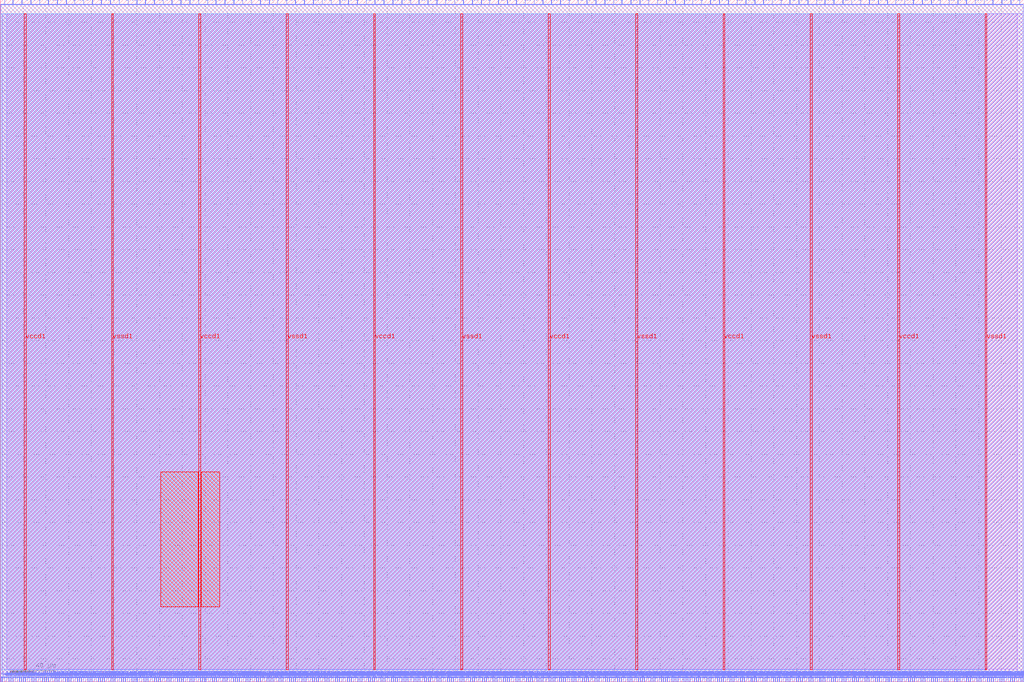
<source format=lef>
VERSION 5.7 ;
  NOWIREEXTENSIONATPIN ON ;
  DIVIDERCHAR "/" ;
  BUSBITCHARS "[]" ;
MACRO user_proj_example
  CLASS BLOCK ;
  FOREIGN user_proj_example ;
  ORIGIN 0.000 0.000 ;
  SIZE 900.000 BY 600.000 ;
  PIN io_in[0]
    DIRECTION INPUT ;
    USE SIGNAL ;
    PORT
      LAYER met2 ;
        RECT 3.770 596.000 4.050 600.000 ;
    END
  END io_in[0]
  PIN io_in[10]
    DIRECTION INPUT ;
    USE SIGNAL ;
    PORT
      LAYER met2 ;
        RECT 236.530 596.000 236.810 600.000 ;
    END
  END io_in[10]
  PIN io_in[11]
    DIRECTION INPUT ;
    USE SIGNAL ;
    PORT
      LAYER met2 ;
        RECT 259.530 596.000 259.810 600.000 ;
    END
  END io_in[11]
  PIN io_in[12]
    DIRECTION INPUT ;
    USE SIGNAL ;
    PORT
      LAYER met2 ;
        RECT 282.990 596.000 283.270 600.000 ;
    END
  END io_in[12]
  PIN io_in[13]
    DIRECTION INPUT ;
    USE SIGNAL ;
    PORT
      LAYER met2 ;
        RECT 305.990 596.000 306.270 600.000 ;
    END
  END io_in[13]
  PIN io_in[14]
    DIRECTION INPUT ;
    USE SIGNAL ;
    PORT
      LAYER met2 ;
        RECT 329.450 596.000 329.730 600.000 ;
    END
  END io_in[14]
  PIN io_in[15]
    DIRECTION INPUT ;
    USE SIGNAL ;
    PORT
      LAYER met2 ;
        RECT 352.910 596.000 353.190 600.000 ;
    END
  END io_in[15]
  PIN io_in[16]
    DIRECTION INPUT ;
    USE SIGNAL ;
    PORT
      LAYER met2 ;
        RECT 375.910 596.000 376.190 600.000 ;
    END
  END io_in[16]
  PIN io_in[17]
    DIRECTION INPUT ;
    USE SIGNAL ;
    PORT
      LAYER met2 ;
        RECT 399.370 596.000 399.650 600.000 ;
    END
  END io_in[17]
  PIN io_in[18]
    DIRECTION INPUT ;
    USE SIGNAL ;
    PORT
      LAYER met2 ;
        RECT 422.830 596.000 423.110 600.000 ;
    END
  END io_in[18]
  PIN io_in[19]
    DIRECTION INPUT ;
    USE SIGNAL ;
    PORT
      LAYER met2 ;
        RECT 445.830 596.000 446.110 600.000 ;
    END
  END io_in[19]
  PIN io_in[1]
    DIRECTION INPUT ;
    USE SIGNAL ;
    PORT
      LAYER met2 ;
        RECT 26.770 596.000 27.050 600.000 ;
    END
  END io_in[1]
  PIN io_in[20]
    DIRECTION INPUT ;
    USE SIGNAL ;
    PORT
      LAYER met2 ;
        RECT 469.290 596.000 469.570 600.000 ;
    END
  END io_in[20]
  PIN io_in[21]
    DIRECTION INPUT ;
    USE SIGNAL ;
    PORT
      LAYER met2 ;
        RECT 492.290 596.000 492.570 600.000 ;
    END
  END io_in[21]
  PIN io_in[22]
    DIRECTION INPUT ;
    USE SIGNAL ;
    PORT
      LAYER met2 ;
        RECT 515.750 596.000 516.030 600.000 ;
    END
  END io_in[22]
  PIN io_in[23]
    DIRECTION INPUT ;
    USE SIGNAL ;
    PORT
      LAYER met2 ;
        RECT 539.210 596.000 539.490 600.000 ;
    END
  END io_in[23]
  PIN io_in[24]
    DIRECTION INPUT ;
    USE SIGNAL ;
    PORT
      LAYER met2 ;
        RECT 562.210 596.000 562.490 600.000 ;
    END
  END io_in[24]
  PIN io_in[25]
    DIRECTION INPUT ;
    USE SIGNAL ;
    PORT
      LAYER met2 ;
        RECT 585.670 596.000 585.950 600.000 ;
    END
  END io_in[25]
  PIN io_in[26]
    DIRECTION INPUT ;
    USE SIGNAL ;
    PORT
      LAYER met2 ;
        RECT 608.670 596.000 608.950 600.000 ;
    END
  END io_in[26]
  PIN io_in[27]
    DIRECTION INPUT ;
    USE SIGNAL ;
    PORT
      LAYER met2 ;
        RECT 632.130 596.000 632.410 600.000 ;
    END
  END io_in[27]
  PIN io_in[28]
    DIRECTION INPUT ;
    USE SIGNAL ;
    PORT
      LAYER met2 ;
        RECT 655.590 596.000 655.870 600.000 ;
    END
  END io_in[28]
  PIN io_in[29]
    DIRECTION INPUT ;
    USE SIGNAL ;
    PORT
      LAYER met2 ;
        RECT 678.590 596.000 678.870 600.000 ;
    END
  END io_in[29]
  PIN io_in[2]
    DIRECTION INPUT ;
    USE SIGNAL ;
    PORT
      LAYER met2 ;
        RECT 50.230 596.000 50.510 600.000 ;
    END
  END io_in[2]
  PIN io_in[30]
    DIRECTION INPUT ;
    USE SIGNAL ;
    PORT
      LAYER met2 ;
        RECT 702.050 596.000 702.330 600.000 ;
    END
  END io_in[30]
  PIN io_in[31]
    DIRECTION INPUT ;
    USE SIGNAL ;
    PORT
      LAYER met2 ;
        RECT 725.050 596.000 725.330 600.000 ;
    END
  END io_in[31]
  PIN io_in[32]
    DIRECTION INPUT ;
    USE SIGNAL ;
    PORT
      LAYER met2 ;
        RECT 748.510 596.000 748.790 600.000 ;
    END
  END io_in[32]
  PIN io_in[33]
    DIRECTION INPUT ;
    USE SIGNAL ;
    PORT
      LAYER met2 ;
        RECT 771.970 596.000 772.250 600.000 ;
    END
  END io_in[33]
  PIN io_in[34]
    DIRECTION INPUT ;
    USE SIGNAL ;
    PORT
      LAYER met2 ;
        RECT 794.970 596.000 795.250 600.000 ;
    END
  END io_in[34]
  PIN io_in[35]
    DIRECTION INPUT ;
    USE SIGNAL ;
    PORT
      LAYER met2 ;
        RECT 818.430 596.000 818.710 600.000 ;
    END
  END io_in[35]
  PIN io_in[36]
    DIRECTION INPUT ;
    USE SIGNAL ;
    PORT
      LAYER met2 ;
        RECT 841.890 596.000 842.170 600.000 ;
    END
  END io_in[36]
  PIN io_in[37]
    DIRECTION INPUT ;
    USE SIGNAL ;
    PORT
      LAYER met2 ;
        RECT 864.890 596.000 865.170 600.000 ;
    END
  END io_in[37]
  PIN io_in[3]
    DIRECTION INPUT ;
    USE SIGNAL ;
    PORT
      LAYER met2 ;
        RECT 73.230 596.000 73.510 600.000 ;
    END
  END io_in[3]
  PIN io_in[4]
    DIRECTION INPUT ;
    USE SIGNAL ;
    PORT
      LAYER met2 ;
        RECT 96.690 596.000 96.970 600.000 ;
    END
  END io_in[4]
  PIN io_in[5]
    DIRECTION INPUT ;
    USE SIGNAL ;
    PORT
      LAYER met2 ;
        RECT 120.150 596.000 120.430 600.000 ;
    END
  END io_in[5]
  PIN io_in[6]
    DIRECTION INPUT ;
    USE SIGNAL ;
    PORT
      LAYER met2 ;
        RECT 143.150 596.000 143.430 600.000 ;
    END
  END io_in[6]
  PIN io_in[7]
    DIRECTION INPUT ;
    USE SIGNAL ;
    PORT
      LAYER met2 ;
        RECT 166.610 596.000 166.890 600.000 ;
    END
  END io_in[7]
  PIN io_in[8]
    DIRECTION INPUT ;
    USE SIGNAL ;
    PORT
      LAYER met2 ;
        RECT 189.610 596.000 189.890 600.000 ;
    END
  END io_in[8]
  PIN io_in[9]
    DIRECTION INPUT ;
    USE SIGNAL ;
    PORT
      LAYER met2 ;
        RECT 213.070 596.000 213.350 600.000 ;
    END
  END io_in[9]
  PIN io_oeb[0]
    DIRECTION OUTPUT TRISTATE ;
    USE SIGNAL ;
    PORT
      LAYER met2 ;
        RECT 11.130 596.000 11.410 600.000 ;
    END
  END io_oeb[0]
  PIN io_oeb[10]
    DIRECTION OUTPUT TRISTATE ;
    USE SIGNAL ;
    PORT
      LAYER met2 ;
        RECT 243.890 596.000 244.170 600.000 ;
    END
  END io_oeb[10]
  PIN io_oeb[11]
    DIRECTION OUTPUT TRISTATE ;
    USE SIGNAL ;
    PORT
      LAYER met2 ;
        RECT 267.350 596.000 267.630 600.000 ;
    END
  END io_oeb[11]
  PIN io_oeb[12]
    DIRECTION OUTPUT TRISTATE ;
    USE SIGNAL ;
    PORT
      LAYER met2 ;
        RECT 290.810 596.000 291.090 600.000 ;
    END
  END io_oeb[12]
  PIN io_oeb[13]
    DIRECTION OUTPUT TRISTATE ;
    USE SIGNAL ;
    PORT
      LAYER met2 ;
        RECT 313.810 596.000 314.090 600.000 ;
    END
  END io_oeb[13]
  PIN io_oeb[14]
    DIRECTION OUTPUT TRISTATE ;
    USE SIGNAL ;
    PORT
      LAYER met2 ;
        RECT 337.270 596.000 337.550 600.000 ;
    END
  END io_oeb[14]
  PIN io_oeb[15]
    DIRECTION OUTPUT TRISTATE ;
    USE SIGNAL ;
    PORT
      LAYER met2 ;
        RECT 360.730 596.000 361.010 600.000 ;
    END
  END io_oeb[15]
  PIN io_oeb[16]
    DIRECTION OUTPUT TRISTATE ;
    USE SIGNAL ;
    PORT
      LAYER met2 ;
        RECT 383.730 596.000 384.010 600.000 ;
    END
  END io_oeb[16]
  PIN io_oeb[17]
    DIRECTION OUTPUT TRISTATE ;
    USE SIGNAL ;
    PORT
      LAYER met2 ;
        RECT 407.190 596.000 407.470 600.000 ;
    END
  END io_oeb[17]
  PIN io_oeb[18]
    DIRECTION OUTPUT TRISTATE ;
    USE SIGNAL ;
    PORT
      LAYER met2 ;
        RECT 430.190 596.000 430.470 600.000 ;
    END
  END io_oeb[18]
  PIN io_oeb[19]
    DIRECTION OUTPUT TRISTATE ;
    USE SIGNAL ;
    PORT
      LAYER met2 ;
        RECT 453.650 596.000 453.930 600.000 ;
    END
  END io_oeb[19]
  PIN io_oeb[1]
    DIRECTION OUTPUT TRISTATE ;
    USE SIGNAL ;
    PORT
      LAYER met2 ;
        RECT 34.590 596.000 34.870 600.000 ;
    END
  END io_oeb[1]
  PIN io_oeb[20]
    DIRECTION OUTPUT TRISTATE ;
    USE SIGNAL ;
    PORT
      LAYER met2 ;
        RECT 477.110 596.000 477.390 600.000 ;
    END
  END io_oeb[20]
  PIN io_oeb[21]
    DIRECTION OUTPUT TRISTATE ;
    USE SIGNAL ;
    PORT
      LAYER met2 ;
        RECT 500.110 596.000 500.390 600.000 ;
    END
  END io_oeb[21]
  PIN io_oeb[22]
    DIRECTION OUTPUT TRISTATE ;
    USE SIGNAL ;
    PORT
      LAYER met2 ;
        RECT 523.570 596.000 523.850 600.000 ;
    END
  END io_oeb[22]
  PIN io_oeb[23]
    DIRECTION OUTPUT TRISTATE ;
    USE SIGNAL ;
    PORT
      LAYER met2 ;
        RECT 546.570 596.000 546.850 600.000 ;
    END
  END io_oeb[23]
  PIN io_oeb[24]
    DIRECTION OUTPUT TRISTATE ;
    USE SIGNAL ;
    PORT
      LAYER met2 ;
        RECT 570.030 596.000 570.310 600.000 ;
    END
  END io_oeb[24]
  PIN io_oeb[25]
    DIRECTION OUTPUT TRISTATE ;
    USE SIGNAL ;
    PORT
      LAYER met2 ;
        RECT 593.490 596.000 593.770 600.000 ;
    END
  END io_oeb[25]
  PIN io_oeb[26]
    DIRECTION OUTPUT TRISTATE ;
    USE SIGNAL ;
    PORT
      LAYER met2 ;
        RECT 616.490 596.000 616.770 600.000 ;
    END
  END io_oeb[26]
  PIN io_oeb[27]
    DIRECTION OUTPUT TRISTATE ;
    USE SIGNAL ;
    PORT
      LAYER met2 ;
        RECT 639.950 596.000 640.230 600.000 ;
    END
  END io_oeb[27]
  PIN io_oeb[28]
    DIRECTION OUTPUT TRISTATE ;
    USE SIGNAL ;
    PORT
      LAYER met2 ;
        RECT 663.410 596.000 663.690 600.000 ;
    END
  END io_oeb[28]
  PIN io_oeb[29]
    DIRECTION OUTPUT TRISTATE ;
    USE SIGNAL ;
    PORT
      LAYER met2 ;
        RECT 686.410 596.000 686.690 600.000 ;
    END
  END io_oeb[29]
  PIN io_oeb[2]
    DIRECTION OUTPUT TRISTATE ;
    USE SIGNAL ;
    PORT
      LAYER met2 ;
        RECT 58.050 596.000 58.330 600.000 ;
    END
  END io_oeb[2]
  PIN io_oeb[30]
    DIRECTION OUTPUT TRISTATE ;
    USE SIGNAL ;
    PORT
      LAYER met2 ;
        RECT 709.870 596.000 710.150 600.000 ;
    END
  END io_oeb[30]
  PIN io_oeb[31]
    DIRECTION OUTPUT TRISTATE ;
    USE SIGNAL ;
    PORT
      LAYER met2 ;
        RECT 732.870 596.000 733.150 600.000 ;
    END
  END io_oeb[31]
  PIN io_oeb[32]
    DIRECTION OUTPUT TRISTATE ;
    USE SIGNAL ;
    PORT
      LAYER met2 ;
        RECT 756.330 596.000 756.610 600.000 ;
    END
  END io_oeb[32]
  PIN io_oeb[33]
    DIRECTION OUTPUT TRISTATE ;
    USE SIGNAL ;
    PORT
      LAYER met2 ;
        RECT 779.790 596.000 780.070 600.000 ;
    END
  END io_oeb[33]
  PIN io_oeb[34]
    DIRECTION OUTPUT TRISTATE ;
    USE SIGNAL ;
    PORT
      LAYER met2 ;
        RECT 802.790 596.000 803.070 600.000 ;
    END
  END io_oeb[34]
  PIN io_oeb[35]
    DIRECTION OUTPUT TRISTATE ;
    USE SIGNAL ;
    PORT
      LAYER met2 ;
        RECT 826.250 596.000 826.530 600.000 ;
    END
  END io_oeb[35]
  PIN io_oeb[36]
    DIRECTION OUTPUT TRISTATE ;
    USE SIGNAL ;
    PORT
      LAYER met2 ;
        RECT 849.250 596.000 849.530 600.000 ;
    END
  END io_oeb[36]
  PIN io_oeb[37]
    DIRECTION OUTPUT TRISTATE ;
    USE SIGNAL ;
    PORT
      LAYER met2 ;
        RECT 872.710 596.000 872.990 600.000 ;
    END
  END io_oeb[37]
  PIN io_oeb[3]
    DIRECTION OUTPUT TRISTATE ;
    USE SIGNAL ;
    PORT
      LAYER met2 ;
        RECT 81.050 596.000 81.330 600.000 ;
    END
  END io_oeb[3]
  PIN io_oeb[4]
    DIRECTION OUTPUT TRISTATE ;
    USE SIGNAL ;
    PORT
      LAYER met2 ;
        RECT 104.510 596.000 104.790 600.000 ;
    END
  END io_oeb[4]
  PIN io_oeb[5]
    DIRECTION OUTPUT TRISTATE ;
    USE SIGNAL ;
    PORT
      LAYER met2 ;
        RECT 127.510 596.000 127.790 600.000 ;
    END
  END io_oeb[5]
  PIN io_oeb[6]
    DIRECTION OUTPUT TRISTATE ;
    USE SIGNAL ;
    PORT
      LAYER met2 ;
        RECT 150.970 596.000 151.250 600.000 ;
    END
  END io_oeb[6]
  PIN io_oeb[7]
    DIRECTION OUTPUT TRISTATE ;
    USE SIGNAL ;
    PORT
      LAYER met2 ;
        RECT 174.430 596.000 174.710 600.000 ;
    END
  END io_oeb[7]
  PIN io_oeb[8]
    DIRECTION OUTPUT TRISTATE ;
    USE SIGNAL ;
    PORT
      LAYER met2 ;
        RECT 197.430 596.000 197.710 600.000 ;
    END
  END io_oeb[8]
  PIN io_oeb[9]
    DIRECTION OUTPUT TRISTATE ;
    USE SIGNAL ;
    PORT
      LAYER met2 ;
        RECT 220.890 596.000 221.170 600.000 ;
    END
  END io_oeb[9]
  PIN io_out[0]
    DIRECTION OUTPUT TRISTATE ;
    USE SIGNAL ;
    PORT
      LAYER met2 ;
        RECT 18.950 596.000 19.230 600.000 ;
    END
  END io_out[0]
  PIN io_out[10]
    DIRECTION OUTPUT TRISTATE ;
    USE SIGNAL ;
    PORT
      LAYER met2 ;
        RECT 251.710 596.000 251.990 600.000 ;
    END
  END io_out[10]
  PIN io_out[11]
    DIRECTION OUTPUT TRISTATE ;
    USE SIGNAL ;
    PORT
      LAYER met2 ;
        RECT 275.170 596.000 275.450 600.000 ;
    END
  END io_out[11]
  PIN io_out[12]
    DIRECTION OUTPUT TRISTATE ;
    USE SIGNAL ;
    PORT
      LAYER met2 ;
        RECT 298.630 596.000 298.910 600.000 ;
    END
  END io_out[12]
  PIN io_out[13]
    DIRECTION OUTPUT TRISTATE ;
    USE SIGNAL ;
    PORT
      LAYER met2 ;
        RECT 321.630 596.000 321.910 600.000 ;
    END
  END io_out[13]
  PIN io_out[14]
    DIRECTION OUTPUT TRISTATE ;
    USE SIGNAL ;
    PORT
      LAYER met2 ;
        RECT 345.090 596.000 345.370 600.000 ;
    END
  END io_out[14]
  PIN io_out[15]
    DIRECTION OUTPUT TRISTATE ;
    USE SIGNAL ;
    PORT
      LAYER met2 ;
        RECT 368.090 596.000 368.370 600.000 ;
    END
  END io_out[15]
  PIN io_out[16]
    DIRECTION OUTPUT TRISTATE ;
    USE SIGNAL ;
    PORT
      LAYER met2 ;
        RECT 391.550 596.000 391.830 600.000 ;
    END
  END io_out[16]
  PIN io_out[17]
    DIRECTION OUTPUT TRISTATE ;
    USE SIGNAL ;
    PORT
      LAYER met2 ;
        RECT 415.010 596.000 415.290 600.000 ;
    END
  END io_out[17]
  PIN io_out[18]
    DIRECTION OUTPUT TRISTATE ;
    USE SIGNAL ;
    PORT
      LAYER met2 ;
        RECT 438.010 596.000 438.290 600.000 ;
    END
  END io_out[18]
  PIN io_out[19]
    DIRECTION OUTPUT TRISTATE ;
    USE SIGNAL ;
    PORT
      LAYER met2 ;
        RECT 461.470 596.000 461.750 600.000 ;
    END
  END io_out[19]
  PIN io_out[1]
    DIRECTION OUTPUT TRISTATE ;
    USE SIGNAL ;
    PORT
      LAYER met2 ;
        RECT 42.410 596.000 42.690 600.000 ;
    END
  END io_out[1]
  PIN io_out[20]
    DIRECTION OUTPUT TRISTATE ;
    USE SIGNAL ;
    PORT
      LAYER met2 ;
        RECT 484.470 596.000 484.750 600.000 ;
    END
  END io_out[20]
  PIN io_out[21]
    DIRECTION OUTPUT TRISTATE ;
    USE SIGNAL ;
    PORT
      LAYER met2 ;
        RECT 507.930 596.000 508.210 600.000 ;
    END
  END io_out[21]
  PIN io_out[22]
    DIRECTION OUTPUT TRISTATE ;
    USE SIGNAL ;
    PORT
      LAYER met2 ;
        RECT 531.390 596.000 531.670 600.000 ;
    END
  END io_out[22]
  PIN io_out[23]
    DIRECTION OUTPUT TRISTATE ;
    USE SIGNAL ;
    PORT
      LAYER met2 ;
        RECT 554.390 596.000 554.670 600.000 ;
    END
  END io_out[23]
  PIN io_out[24]
    DIRECTION OUTPUT TRISTATE ;
    USE SIGNAL ;
    PORT
      LAYER met2 ;
        RECT 577.850 596.000 578.130 600.000 ;
    END
  END io_out[24]
  PIN io_out[25]
    DIRECTION OUTPUT TRISTATE ;
    USE SIGNAL ;
    PORT
      LAYER met2 ;
        RECT 601.310 596.000 601.590 600.000 ;
    END
  END io_out[25]
  PIN io_out[26]
    DIRECTION OUTPUT TRISTATE ;
    USE SIGNAL ;
    PORT
      LAYER met2 ;
        RECT 624.310 596.000 624.590 600.000 ;
    END
  END io_out[26]
  PIN io_out[27]
    DIRECTION OUTPUT TRISTATE ;
    USE SIGNAL ;
    PORT
      LAYER met2 ;
        RECT 647.770 596.000 648.050 600.000 ;
    END
  END io_out[27]
  PIN io_out[28]
    DIRECTION OUTPUT TRISTATE ;
    USE SIGNAL ;
    PORT
      LAYER met2 ;
        RECT 670.770 596.000 671.050 600.000 ;
    END
  END io_out[28]
  PIN io_out[29]
    DIRECTION OUTPUT TRISTATE ;
    USE SIGNAL ;
    PORT
      LAYER met2 ;
        RECT 694.230 596.000 694.510 600.000 ;
    END
  END io_out[29]
  PIN io_out[2]
    DIRECTION OUTPUT TRISTATE ;
    USE SIGNAL ;
    PORT
      LAYER met2 ;
        RECT 65.410 596.000 65.690 600.000 ;
    END
  END io_out[2]
  PIN io_out[30]
    DIRECTION OUTPUT TRISTATE ;
    USE SIGNAL ;
    PORT
      LAYER met2 ;
        RECT 717.690 596.000 717.970 600.000 ;
    END
  END io_out[30]
  PIN io_out[31]
    DIRECTION OUTPUT TRISTATE ;
    USE SIGNAL ;
    PORT
      LAYER met2 ;
        RECT 740.690 596.000 740.970 600.000 ;
    END
  END io_out[31]
  PIN io_out[32]
    DIRECTION OUTPUT TRISTATE ;
    USE SIGNAL ;
    PORT
      LAYER met2 ;
        RECT 764.150 596.000 764.430 600.000 ;
    END
  END io_out[32]
  PIN io_out[33]
    DIRECTION OUTPUT TRISTATE ;
    USE SIGNAL ;
    PORT
      LAYER met2 ;
        RECT 787.150 596.000 787.430 600.000 ;
    END
  END io_out[33]
  PIN io_out[34]
    DIRECTION OUTPUT TRISTATE ;
    USE SIGNAL ;
    PORT
      LAYER met2 ;
        RECT 810.610 596.000 810.890 600.000 ;
    END
  END io_out[34]
  PIN io_out[35]
    DIRECTION OUTPUT TRISTATE ;
    USE SIGNAL ;
    PORT
      LAYER met2 ;
        RECT 834.070 596.000 834.350 600.000 ;
    END
  END io_out[35]
  PIN io_out[36]
    DIRECTION OUTPUT TRISTATE ;
    USE SIGNAL ;
    PORT
      LAYER met2 ;
        RECT 857.070 596.000 857.350 600.000 ;
    END
  END io_out[36]
  PIN io_out[37]
    DIRECTION OUTPUT TRISTATE ;
    USE SIGNAL ;
    PORT
      LAYER met2 ;
        RECT 880.530 596.000 880.810 600.000 ;
    END
  END io_out[37]
  PIN io_out[3]
    DIRECTION OUTPUT TRISTATE ;
    USE SIGNAL ;
    PORT
      LAYER met2 ;
        RECT 88.870 596.000 89.150 600.000 ;
    END
  END io_out[3]
  PIN io_out[4]
    DIRECTION OUTPUT TRISTATE ;
    USE SIGNAL ;
    PORT
      LAYER met2 ;
        RECT 112.330 596.000 112.610 600.000 ;
    END
  END io_out[4]
  PIN io_out[5]
    DIRECTION OUTPUT TRISTATE ;
    USE SIGNAL ;
    PORT
      LAYER met2 ;
        RECT 135.330 596.000 135.610 600.000 ;
    END
  END io_out[5]
  PIN io_out[6]
    DIRECTION OUTPUT TRISTATE ;
    USE SIGNAL ;
    PORT
      LAYER met2 ;
        RECT 158.790 596.000 159.070 600.000 ;
    END
  END io_out[6]
  PIN io_out[7]
    DIRECTION OUTPUT TRISTATE ;
    USE SIGNAL ;
    PORT
      LAYER met2 ;
        RECT 182.250 596.000 182.530 600.000 ;
    END
  END io_out[7]
  PIN io_out[8]
    DIRECTION OUTPUT TRISTATE ;
    USE SIGNAL ;
    PORT
      LAYER met2 ;
        RECT 205.250 596.000 205.530 600.000 ;
    END
  END io_out[8]
  PIN io_out[9]
    DIRECTION OUTPUT TRISTATE ;
    USE SIGNAL ;
    PORT
      LAYER met2 ;
        RECT 228.710 596.000 228.990 600.000 ;
    END
  END io_out[9]
  PIN irq[0]
    DIRECTION OUTPUT TRISTATE ;
    USE SIGNAL ;
    PORT
      LAYER met2 ;
        RECT 895.250 0.000 895.530 4.000 ;
    END
  END irq[0]
  PIN irq[1]
    DIRECTION OUTPUT TRISTATE ;
    USE SIGNAL ;
    PORT
      LAYER met2 ;
        RECT 897.090 0.000 897.370 4.000 ;
    END
  END irq[1]
  PIN irq[2]
    DIRECTION OUTPUT TRISTATE ;
    USE SIGNAL ;
    PORT
      LAYER met2 ;
        RECT 898.930 0.000 899.210 4.000 ;
    END
  END irq[2]
  PIN la_data_in[0]
    DIRECTION INPUT ;
    USE SIGNAL ;
    PORT
      LAYER met2 ;
        RECT 193.750 0.000 194.030 4.000 ;
    END
  END la_data_in[0]
  PIN la_data_in[100]
    DIRECTION INPUT ;
    USE SIGNAL ;
    PORT
      LAYER met2 ;
        RECT 741.610 0.000 741.890 4.000 ;
    END
  END la_data_in[100]
  PIN la_data_in[101]
    DIRECTION INPUT ;
    USE SIGNAL ;
    PORT
      LAYER met2 ;
        RECT 747.130 0.000 747.410 4.000 ;
    END
  END la_data_in[101]
  PIN la_data_in[102]
    DIRECTION INPUT ;
    USE SIGNAL ;
    PORT
      LAYER met2 ;
        RECT 752.650 0.000 752.930 4.000 ;
    END
  END la_data_in[102]
  PIN la_data_in[103]
    DIRECTION INPUT ;
    USE SIGNAL ;
    PORT
      LAYER met2 ;
        RECT 758.170 0.000 758.450 4.000 ;
    END
  END la_data_in[103]
  PIN la_data_in[104]
    DIRECTION INPUT ;
    USE SIGNAL ;
    PORT
      LAYER met2 ;
        RECT 763.690 0.000 763.970 4.000 ;
    END
  END la_data_in[104]
  PIN la_data_in[105]
    DIRECTION INPUT ;
    USE SIGNAL ;
    PORT
      LAYER met2 ;
        RECT 769.210 0.000 769.490 4.000 ;
    END
  END la_data_in[105]
  PIN la_data_in[106]
    DIRECTION INPUT ;
    USE SIGNAL ;
    PORT
      LAYER met2 ;
        RECT 774.730 0.000 775.010 4.000 ;
    END
  END la_data_in[106]
  PIN la_data_in[107]
    DIRECTION INPUT ;
    USE SIGNAL ;
    PORT
      LAYER met2 ;
        RECT 780.250 0.000 780.530 4.000 ;
    END
  END la_data_in[107]
  PIN la_data_in[108]
    DIRECTION INPUT ;
    USE SIGNAL ;
    PORT
      LAYER met2 ;
        RECT 785.310 0.000 785.590 4.000 ;
    END
  END la_data_in[108]
  PIN la_data_in[109]
    DIRECTION INPUT ;
    USE SIGNAL ;
    PORT
      LAYER met2 ;
        RECT 790.830 0.000 791.110 4.000 ;
    END
  END la_data_in[109]
  PIN la_data_in[10]
    DIRECTION INPUT ;
    USE SIGNAL ;
    PORT
      LAYER met2 ;
        RECT 248.490 0.000 248.770 4.000 ;
    END
  END la_data_in[10]
  PIN la_data_in[110]
    DIRECTION INPUT ;
    USE SIGNAL ;
    PORT
      LAYER met2 ;
        RECT 796.350 0.000 796.630 4.000 ;
    END
  END la_data_in[110]
  PIN la_data_in[111]
    DIRECTION INPUT ;
    USE SIGNAL ;
    PORT
      LAYER met2 ;
        RECT 801.870 0.000 802.150 4.000 ;
    END
  END la_data_in[111]
  PIN la_data_in[112]
    DIRECTION INPUT ;
    USE SIGNAL ;
    PORT
      LAYER met2 ;
        RECT 807.390 0.000 807.670 4.000 ;
    END
  END la_data_in[112]
  PIN la_data_in[113]
    DIRECTION INPUT ;
    USE SIGNAL ;
    PORT
      LAYER met2 ;
        RECT 812.910 0.000 813.190 4.000 ;
    END
  END la_data_in[113]
  PIN la_data_in[114]
    DIRECTION INPUT ;
    USE SIGNAL ;
    PORT
      LAYER met2 ;
        RECT 818.430 0.000 818.710 4.000 ;
    END
  END la_data_in[114]
  PIN la_data_in[115]
    DIRECTION INPUT ;
    USE SIGNAL ;
    PORT
      LAYER met2 ;
        RECT 823.950 0.000 824.230 4.000 ;
    END
  END la_data_in[115]
  PIN la_data_in[116]
    DIRECTION INPUT ;
    USE SIGNAL ;
    PORT
      LAYER met2 ;
        RECT 829.470 0.000 829.750 4.000 ;
    END
  END la_data_in[116]
  PIN la_data_in[117]
    DIRECTION INPUT ;
    USE SIGNAL ;
    PORT
      LAYER met2 ;
        RECT 834.990 0.000 835.270 4.000 ;
    END
  END la_data_in[117]
  PIN la_data_in[118]
    DIRECTION INPUT ;
    USE SIGNAL ;
    PORT
      LAYER met2 ;
        RECT 840.510 0.000 840.790 4.000 ;
    END
  END la_data_in[118]
  PIN la_data_in[119]
    DIRECTION INPUT ;
    USE SIGNAL ;
    PORT
      LAYER met2 ;
        RECT 845.570 0.000 845.850 4.000 ;
    END
  END la_data_in[119]
  PIN la_data_in[11]
    DIRECTION INPUT ;
    USE SIGNAL ;
    PORT
      LAYER met2 ;
        RECT 254.010 0.000 254.290 4.000 ;
    END
  END la_data_in[11]
  PIN la_data_in[120]
    DIRECTION INPUT ;
    USE SIGNAL ;
    PORT
      LAYER met2 ;
        RECT 851.090 0.000 851.370 4.000 ;
    END
  END la_data_in[120]
  PIN la_data_in[121]
    DIRECTION INPUT ;
    USE SIGNAL ;
    PORT
      LAYER met2 ;
        RECT 856.610 0.000 856.890 4.000 ;
    END
  END la_data_in[121]
  PIN la_data_in[122]
    DIRECTION INPUT ;
    USE SIGNAL ;
    PORT
      LAYER met2 ;
        RECT 862.130 0.000 862.410 4.000 ;
    END
  END la_data_in[122]
  PIN la_data_in[123]
    DIRECTION INPUT ;
    USE SIGNAL ;
    PORT
      LAYER met2 ;
        RECT 867.650 0.000 867.930 4.000 ;
    END
  END la_data_in[123]
  PIN la_data_in[124]
    DIRECTION INPUT ;
    USE SIGNAL ;
    PORT
      LAYER met2 ;
        RECT 873.170 0.000 873.450 4.000 ;
    END
  END la_data_in[124]
  PIN la_data_in[125]
    DIRECTION INPUT ;
    USE SIGNAL ;
    PORT
      LAYER met2 ;
        RECT 878.690 0.000 878.970 4.000 ;
    END
  END la_data_in[125]
  PIN la_data_in[126]
    DIRECTION INPUT ;
    USE SIGNAL ;
    PORT
      LAYER met2 ;
        RECT 884.210 0.000 884.490 4.000 ;
    END
  END la_data_in[126]
  PIN la_data_in[127]
    DIRECTION INPUT ;
    USE SIGNAL ;
    PORT
      LAYER met2 ;
        RECT 889.730 0.000 890.010 4.000 ;
    END
  END la_data_in[127]
  PIN la_data_in[12]
    DIRECTION INPUT ;
    USE SIGNAL ;
    PORT
      LAYER met2 ;
        RECT 259.530 0.000 259.810 4.000 ;
    END
  END la_data_in[12]
  PIN la_data_in[13]
    DIRECTION INPUT ;
    USE SIGNAL ;
    PORT
      LAYER met2 ;
        RECT 265.050 0.000 265.330 4.000 ;
    END
  END la_data_in[13]
  PIN la_data_in[14]
    DIRECTION INPUT ;
    USE SIGNAL ;
    PORT
      LAYER met2 ;
        RECT 270.570 0.000 270.850 4.000 ;
    END
  END la_data_in[14]
  PIN la_data_in[15]
    DIRECTION INPUT ;
    USE SIGNAL ;
    PORT
      LAYER met2 ;
        RECT 276.090 0.000 276.370 4.000 ;
    END
  END la_data_in[15]
  PIN la_data_in[16]
    DIRECTION INPUT ;
    USE SIGNAL ;
    PORT
      LAYER met2 ;
        RECT 281.610 0.000 281.890 4.000 ;
    END
  END la_data_in[16]
  PIN la_data_in[17]
    DIRECTION INPUT ;
    USE SIGNAL ;
    PORT
      LAYER met2 ;
        RECT 287.130 0.000 287.410 4.000 ;
    END
  END la_data_in[17]
  PIN la_data_in[18]
    DIRECTION INPUT ;
    USE SIGNAL ;
    PORT
      LAYER met2 ;
        RECT 292.650 0.000 292.930 4.000 ;
    END
  END la_data_in[18]
  PIN la_data_in[19]
    DIRECTION INPUT ;
    USE SIGNAL ;
    PORT
      LAYER met2 ;
        RECT 298.170 0.000 298.450 4.000 ;
    END
  END la_data_in[19]
  PIN la_data_in[1]
    DIRECTION INPUT ;
    USE SIGNAL ;
    PORT
      LAYER met2 ;
        RECT 199.270 0.000 199.550 4.000 ;
    END
  END la_data_in[1]
  PIN la_data_in[20]
    DIRECTION INPUT ;
    USE SIGNAL ;
    PORT
      LAYER met2 ;
        RECT 303.230 0.000 303.510 4.000 ;
    END
  END la_data_in[20]
  PIN la_data_in[21]
    DIRECTION INPUT ;
    USE SIGNAL ;
    PORT
      LAYER met2 ;
        RECT 308.750 0.000 309.030 4.000 ;
    END
  END la_data_in[21]
  PIN la_data_in[22]
    DIRECTION INPUT ;
    USE SIGNAL ;
    PORT
      LAYER met2 ;
        RECT 314.270 0.000 314.550 4.000 ;
    END
  END la_data_in[22]
  PIN la_data_in[23]
    DIRECTION INPUT ;
    USE SIGNAL ;
    PORT
      LAYER met2 ;
        RECT 319.790 0.000 320.070 4.000 ;
    END
  END la_data_in[23]
  PIN la_data_in[24]
    DIRECTION INPUT ;
    USE SIGNAL ;
    PORT
      LAYER met2 ;
        RECT 325.310 0.000 325.590 4.000 ;
    END
  END la_data_in[24]
  PIN la_data_in[25]
    DIRECTION INPUT ;
    USE SIGNAL ;
    PORT
      LAYER met2 ;
        RECT 330.830 0.000 331.110 4.000 ;
    END
  END la_data_in[25]
  PIN la_data_in[26]
    DIRECTION INPUT ;
    USE SIGNAL ;
    PORT
      LAYER met2 ;
        RECT 336.350 0.000 336.630 4.000 ;
    END
  END la_data_in[26]
  PIN la_data_in[27]
    DIRECTION INPUT ;
    USE SIGNAL ;
    PORT
      LAYER met2 ;
        RECT 341.870 0.000 342.150 4.000 ;
    END
  END la_data_in[27]
  PIN la_data_in[28]
    DIRECTION INPUT ;
    USE SIGNAL ;
    PORT
      LAYER met2 ;
        RECT 347.390 0.000 347.670 4.000 ;
    END
  END la_data_in[28]
  PIN la_data_in[29]
    DIRECTION INPUT ;
    USE SIGNAL ;
    PORT
      LAYER met2 ;
        RECT 352.910 0.000 353.190 4.000 ;
    END
  END la_data_in[29]
  PIN la_data_in[2]
    DIRECTION INPUT ;
    USE SIGNAL ;
    PORT
      LAYER met2 ;
        RECT 204.790 0.000 205.070 4.000 ;
    END
  END la_data_in[2]
  PIN la_data_in[30]
    DIRECTION INPUT ;
    USE SIGNAL ;
    PORT
      LAYER met2 ;
        RECT 358.430 0.000 358.710 4.000 ;
    END
  END la_data_in[30]
  PIN la_data_in[31]
    DIRECTION INPUT ;
    USE SIGNAL ;
    PORT
      LAYER met2 ;
        RECT 363.490 0.000 363.770 4.000 ;
    END
  END la_data_in[31]
  PIN la_data_in[32]
    DIRECTION INPUT ;
    USE SIGNAL ;
    PORT
      LAYER met2 ;
        RECT 369.010 0.000 369.290 4.000 ;
    END
  END la_data_in[32]
  PIN la_data_in[33]
    DIRECTION INPUT ;
    USE SIGNAL ;
    PORT
      LAYER met2 ;
        RECT 374.530 0.000 374.810 4.000 ;
    END
  END la_data_in[33]
  PIN la_data_in[34]
    DIRECTION INPUT ;
    USE SIGNAL ;
    PORT
      LAYER met2 ;
        RECT 380.050 0.000 380.330 4.000 ;
    END
  END la_data_in[34]
  PIN la_data_in[35]
    DIRECTION INPUT ;
    USE SIGNAL ;
    PORT
      LAYER met2 ;
        RECT 385.570 0.000 385.850 4.000 ;
    END
  END la_data_in[35]
  PIN la_data_in[36]
    DIRECTION INPUT ;
    USE SIGNAL ;
    PORT
      LAYER met2 ;
        RECT 391.090 0.000 391.370 4.000 ;
    END
  END la_data_in[36]
  PIN la_data_in[37]
    DIRECTION INPUT ;
    USE SIGNAL ;
    PORT
      LAYER met2 ;
        RECT 396.610 0.000 396.890 4.000 ;
    END
  END la_data_in[37]
  PIN la_data_in[38]
    DIRECTION INPUT ;
    USE SIGNAL ;
    PORT
      LAYER met2 ;
        RECT 402.130 0.000 402.410 4.000 ;
    END
  END la_data_in[38]
  PIN la_data_in[39]
    DIRECTION INPUT ;
    USE SIGNAL ;
    PORT
      LAYER met2 ;
        RECT 407.650 0.000 407.930 4.000 ;
    END
  END la_data_in[39]
  PIN la_data_in[3]
    DIRECTION INPUT ;
    USE SIGNAL ;
    PORT
      LAYER met2 ;
        RECT 210.310 0.000 210.590 4.000 ;
    END
  END la_data_in[3]
  PIN la_data_in[40]
    DIRECTION INPUT ;
    USE SIGNAL ;
    PORT
      LAYER met2 ;
        RECT 413.170 0.000 413.450 4.000 ;
    END
  END la_data_in[40]
  PIN la_data_in[41]
    DIRECTION INPUT ;
    USE SIGNAL ;
    PORT
      LAYER met2 ;
        RECT 418.690 0.000 418.970 4.000 ;
    END
  END la_data_in[41]
  PIN la_data_in[42]
    DIRECTION INPUT ;
    USE SIGNAL ;
    PORT
      LAYER met2 ;
        RECT 423.750 0.000 424.030 4.000 ;
    END
  END la_data_in[42]
  PIN la_data_in[43]
    DIRECTION INPUT ;
    USE SIGNAL ;
    PORT
      LAYER met2 ;
        RECT 429.270 0.000 429.550 4.000 ;
    END
  END la_data_in[43]
  PIN la_data_in[44]
    DIRECTION INPUT ;
    USE SIGNAL ;
    PORT
      LAYER met2 ;
        RECT 434.790 0.000 435.070 4.000 ;
    END
  END la_data_in[44]
  PIN la_data_in[45]
    DIRECTION INPUT ;
    USE SIGNAL ;
    PORT
      LAYER met2 ;
        RECT 440.310 0.000 440.590 4.000 ;
    END
  END la_data_in[45]
  PIN la_data_in[46]
    DIRECTION INPUT ;
    USE SIGNAL ;
    PORT
      LAYER met2 ;
        RECT 445.830 0.000 446.110 4.000 ;
    END
  END la_data_in[46]
  PIN la_data_in[47]
    DIRECTION INPUT ;
    USE SIGNAL ;
    PORT
      LAYER met2 ;
        RECT 451.350 0.000 451.630 4.000 ;
    END
  END la_data_in[47]
  PIN la_data_in[48]
    DIRECTION INPUT ;
    USE SIGNAL ;
    PORT
      LAYER met2 ;
        RECT 456.870 0.000 457.150 4.000 ;
    END
  END la_data_in[48]
  PIN la_data_in[49]
    DIRECTION INPUT ;
    USE SIGNAL ;
    PORT
      LAYER met2 ;
        RECT 462.390 0.000 462.670 4.000 ;
    END
  END la_data_in[49]
  PIN la_data_in[4]
    DIRECTION INPUT ;
    USE SIGNAL ;
    PORT
      LAYER met2 ;
        RECT 215.830 0.000 216.110 4.000 ;
    END
  END la_data_in[4]
  PIN la_data_in[50]
    DIRECTION INPUT ;
    USE SIGNAL ;
    PORT
      LAYER met2 ;
        RECT 467.910 0.000 468.190 4.000 ;
    END
  END la_data_in[50]
  PIN la_data_in[51]
    DIRECTION INPUT ;
    USE SIGNAL ;
    PORT
      LAYER met2 ;
        RECT 473.430 0.000 473.710 4.000 ;
    END
  END la_data_in[51]
  PIN la_data_in[52]
    DIRECTION INPUT ;
    USE SIGNAL ;
    PORT
      LAYER met2 ;
        RECT 478.950 0.000 479.230 4.000 ;
    END
  END la_data_in[52]
  PIN la_data_in[53]
    DIRECTION INPUT ;
    USE SIGNAL ;
    PORT
      LAYER met2 ;
        RECT 484.010 0.000 484.290 4.000 ;
    END
  END la_data_in[53]
  PIN la_data_in[54]
    DIRECTION INPUT ;
    USE SIGNAL ;
    PORT
      LAYER met2 ;
        RECT 489.530 0.000 489.810 4.000 ;
    END
  END la_data_in[54]
  PIN la_data_in[55]
    DIRECTION INPUT ;
    USE SIGNAL ;
    PORT
      LAYER met2 ;
        RECT 495.050 0.000 495.330 4.000 ;
    END
  END la_data_in[55]
  PIN la_data_in[56]
    DIRECTION INPUT ;
    USE SIGNAL ;
    PORT
      LAYER met2 ;
        RECT 500.570 0.000 500.850 4.000 ;
    END
  END la_data_in[56]
  PIN la_data_in[57]
    DIRECTION INPUT ;
    USE SIGNAL ;
    PORT
      LAYER met2 ;
        RECT 506.090 0.000 506.370 4.000 ;
    END
  END la_data_in[57]
  PIN la_data_in[58]
    DIRECTION INPUT ;
    USE SIGNAL ;
    PORT
      LAYER met2 ;
        RECT 511.610 0.000 511.890 4.000 ;
    END
  END la_data_in[58]
  PIN la_data_in[59]
    DIRECTION INPUT ;
    USE SIGNAL ;
    PORT
      LAYER met2 ;
        RECT 517.130 0.000 517.410 4.000 ;
    END
  END la_data_in[59]
  PIN la_data_in[5]
    DIRECTION INPUT ;
    USE SIGNAL ;
    PORT
      LAYER met2 ;
        RECT 221.350 0.000 221.630 4.000 ;
    END
  END la_data_in[5]
  PIN la_data_in[60]
    DIRECTION INPUT ;
    USE SIGNAL ;
    PORT
      LAYER met2 ;
        RECT 522.650 0.000 522.930 4.000 ;
    END
  END la_data_in[60]
  PIN la_data_in[61]
    DIRECTION INPUT ;
    USE SIGNAL ;
    PORT
      LAYER met2 ;
        RECT 528.170 0.000 528.450 4.000 ;
    END
  END la_data_in[61]
  PIN la_data_in[62]
    DIRECTION INPUT ;
    USE SIGNAL ;
    PORT
      LAYER met2 ;
        RECT 533.690 0.000 533.970 4.000 ;
    END
  END la_data_in[62]
  PIN la_data_in[63]
    DIRECTION INPUT ;
    USE SIGNAL ;
    PORT
      LAYER met2 ;
        RECT 539.210 0.000 539.490 4.000 ;
    END
  END la_data_in[63]
  PIN la_data_in[64]
    DIRECTION INPUT ;
    USE SIGNAL ;
    PORT
      LAYER met2 ;
        RECT 544.270 0.000 544.550 4.000 ;
    END
  END la_data_in[64]
  PIN la_data_in[65]
    DIRECTION INPUT ;
    USE SIGNAL ;
    PORT
      LAYER met2 ;
        RECT 549.790 0.000 550.070 4.000 ;
    END
  END la_data_in[65]
  PIN la_data_in[66]
    DIRECTION INPUT ;
    USE SIGNAL ;
    PORT
      LAYER met2 ;
        RECT 555.310 0.000 555.590 4.000 ;
    END
  END la_data_in[66]
  PIN la_data_in[67]
    DIRECTION INPUT ;
    USE SIGNAL ;
    PORT
      LAYER met2 ;
        RECT 560.830 0.000 561.110 4.000 ;
    END
  END la_data_in[67]
  PIN la_data_in[68]
    DIRECTION INPUT ;
    USE SIGNAL ;
    PORT
      LAYER met2 ;
        RECT 566.350 0.000 566.630 4.000 ;
    END
  END la_data_in[68]
  PIN la_data_in[69]
    DIRECTION INPUT ;
    USE SIGNAL ;
    PORT
      LAYER met2 ;
        RECT 571.870 0.000 572.150 4.000 ;
    END
  END la_data_in[69]
  PIN la_data_in[6]
    DIRECTION INPUT ;
    USE SIGNAL ;
    PORT
      LAYER met2 ;
        RECT 226.870 0.000 227.150 4.000 ;
    END
  END la_data_in[6]
  PIN la_data_in[70]
    DIRECTION INPUT ;
    USE SIGNAL ;
    PORT
      LAYER met2 ;
        RECT 577.390 0.000 577.670 4.000 ;
    END
  END la_data_in[70]
  PIN la_data_in[71]
    DIRECTION INPUT ;
    USE SIGNAL ;
    PORT
      LAYER met2 ;
        RECT 582.910 0.000 583.190 4.000 ;
    END
  END la_data_in[71]
  PIN la_data_in[72]
    DIRECTION INPUT ;
    USE SIGNAL ;
    PORT
      LAYER met2 ;
        RECT 588.430 0.000 588.710 4.000 ;
    END
  END la_data_in[72]
  PIN la_data_in[73]
    DIRECTION INPUT ;
    USE SIGNAL ;
    PORT
      LAYER met2 ;
        RECT 593.950 0.000 594.230 4.000 ;
    END
  END la_data_in[73]
  PIN la_data_in[74]
    DIRECTION INPUT ;
    USE SIGNAL ;
    PORT
      LAYER met2 ;
        RECT 599.470 0.000 599.750 4.000 ;
    END
  END la_data_in[74]
  PIN la_data_in[75]
    DIRECTION INPUT ;
    USE SIGNAL ;
    PORT
      LAYER met2 ;
        RECT 604.530 0.000 604.810 4.000 ;
    END
  END la_data_in[75]
  PIN la_data_in[76]
    DIRECTION INPUT ;
    USE SIGNAL ;
    PORT
      LAYER met2 ;
        RECT 610.050 0.000 610.330 4.000 ;
    END
  END la_data_in[76]
  PIN la_data_in[77]
    DIRECTION INPUT ;
    USE SIGNAL ;
    PORT
      LAYER met2 ;
        RECT 615.570 0.000 615.850 4.000 ;
    END
  END la_data_in[77]
  PIN la_data_in[78]
    DIRECTION INPUT ;
    USE SIGNAL ;
    PORT
      LAYER met2 ;
        RECT 621.090 0.000 621.370 4.000 ;
    END
  END la_data_in[78]
  PIN la_data_in[79]
    DIRECTION INPUT ;
    USE SIGNAL ;
    PORT
      LAYER met2 ;
        RECT 626.610 0.000 626.890 4.000 ;
    END
  END la_data_in[79]
  PIN la_data_in[7]
    DIRECTION INPUT ;
    USE SIGNAL ;
    PORT
      LAYER met2 ;
        RECT 232.390 0.000 232.670 4.000 ;
    END
  END la_data_in[7]
  PIN la_data_in[80]
    DIRECTION INPUT ;
    USE SIGNAL ;
    PORT
      LAYER met2 ;
        RECT 632.130 0.000 632.410 4.000 ;
    END
  END la_data_in[80]
  PIN la_data_in[81]
    DIRECTION INPUT ;
    USE SIGNAL ;
    PORT
      LAYER met2 ;
        RECT 637.650 0.000 637.930 4.000 ;
    END
  END la_data_in[81]
  PIN la_data_in[82]
    DIRECTION INPUT ;
    USE SIGNAL ;
    PORT
      LAYER met2 ;
        RECT 643.170 0.000 643.450 4.000 ;
    END
  END la_data_in[82]
  PIN la_data_in[83]
    DIRECTION INPUT ;
    USE SIGNAL ;
    PORT
      LAYER met2 ;
        RECT 648.690 0.000 648.970 4.000 ;
    END
  END la_data_in[83]
  PIN la_data_in[84]
    DIRECTION INPUT ;
    USE SIGNAL ;
    PORT
      LAYER met2 ;
        RECT 654.210 0.000 654.490 4.000 ;
    END
  END la_data_in[84]
  PIN la_data_in[85]
    DIRECTION INPUT ;
    USE SIGNAL ;
    PORT
      LAYER met2 ;
        RECT 659.730 0.000 660.010 4.000 ;
    END
  END la_data_in[85]
  PIN la_data_in[86]
    DIRECTION INPUT ;
    USE SIGNAL ;
    PORT
      LAYER met2 ;
        RECT 664.790 0.000 665.070 4.000 ;
    END
  END la_data_in[86]
  PIN la_data_in[87]
    DIRECTION INPUT ;
    USE SIGNAL ;
    PORT
      LAYER met2 ;
        RECT 670.310 0.000 670.590 4.000 ;
    END
  END la_data_in[87]
  PIN la_data_in[88]
    DIRECTION INPUT ;
    USE SIGNAL ;
    PORT
      LAYER met2 ;
        RECT 675.830 0.000 676.110 4.000 ;
    END
  END la_data_in[88]
  PIN la_data_in[89]
    DIRECTION INPUT ;
    USE SIGNAL ;
    PORT
      LAYER met2 ;
        RECT 681.350 0.000 681.630 4.000 ;
    END
  END la_data_in[89]
  PIN la_data_in[8]
    DIRECTION INPUT ;
    USE SIGNAL ;
    PORT
      LAYER met2 ;
        RECT 237.910 0.000 238.190 4.000 ;
    END
  END la_data_in[8]
  PIN la_data_in[90]
    DIRECTION INPUT ;
    USE SIGNAL ;
    PORT
      LAYER met2 ;
        RECT 686.870 0.000 687.150 4.000 ;
    END
  END la_data_in[90]
  PIN la_data_in[91]
    DIRECTION INPUT ;
    USE SIGNAL ;
    PORT
      LAYER met2 ;
        RECT 692.390 0.000 692.670 4.000 ;
    END
  END la_data_in[91]
  PIN la_data_in[92]
    DIRECTION INPUT ;
    USE SIGNAL ;
    PORT
      LAYER met2 ;
        RECT 697.910 0.000 698.190 4.000 ;
    END
  END la_data_in[92]
  PIN la_data_in[93]
    DIRECTION INPUT ;
    USE SIGNAL ;
    PORT
      LAYER met2 ;
        RECT 703.430 0.000 703.710 4.000 ;
    END
  END la_data_in[93]
  PIN la_data_in[94]
    DIRECTION INPUT ;
    USE SIGNAL ;
    PORT
      LAYER met2 ;
        RECT 708.950 0.000 709.230 4.000 ;
    END
  END la_data_in[94]
  PIN la_data_in[95]
    DIRECTION INPUT ;
    USE SIGNAL ;
    PORT
      LAYER met2 ;
        RECT 714.470 0.000 714.750 4.000 ;
    END
  END la_data_in[95]
  PIN la_data_in[96]
    DIRECTION INPUT ;
    USE SIGNAL ;
    PORT
      LAYER met2 ;
        RECT 719.990 0.000 720.270 4.000 ;
    END
  END la_data_in[96]
  PIN la_data_in[97]
    DIRECTION INPUT ;
    USE SIGNAL ;
    PORT
      LAYER met2 ;
        RECT 725.050 0.000 725.330 4.000 ;
    END
  END la_data_in[97]
  PIN la_data_in[98]
    DIRECTION INPUT ;
    USE SIGNAL ;
    PORT
      LAYER met2 ;
        RECT 730.570 0.000 730.850 4.000 ;
    END
  END la_data_in[98]
  PIN la_data_in[99]
    DIRECTION INPUT ;
    USE SIGNAL ;
    PORT
      LAYER met2 ;
        RECT 736.090 0.000 736.370 4.000 ;
    END
  END la_data_in[99]
  PIN la_data_in[9]
    DIRECTION INPUT ;
    USE SIGNAL ;
    PORT
      LAYER met2 ;
        RECT 242.970 0.000 243.250 4.000 ;
    END
  END la_data_in[9]
  PIN la_data_out[0]
    DIRECTION OUTPUT TRISTATE ;
    USE SIGNAL ;
    PORT
      LAYER met2 ;
        RECT 195.590 0.000 195.870 4.000 ;
    END
  END la_data_out[0]
  PIN la_data_out[100]
    DIRECTION OUTPUT TRISTATE ;
    USE SIGNAL ;
    PORT
      LAYER met2 ;
        RECT 743.450 0.000 743.730 4.000 ;
    END
  END la_data_out[100]
  PIN la_data_out[101]
    DIRECTION OUTPUT TRISTATE ;
    USE SIGNAL ;
    PORT
      LAYER met2 ;
        RECT 748.970 0.000 749.250 4.000 ;
    END
  END la_data_out[101]
  PIN la_data_out[102]
    DIRECTION OUTPUT TRISTATE ;
    USE SIGNAL ;
    PORT
      LAYER met2 ;
        RECT 754.490 0.000 754.770 4.000 ;
    END
  END la_data_out[102]
  PIN la_data_out[103]
    DIRECTION OUTPUT TRISTATE ;
    USE SIGNAL ;
    PORT
      LAYER met2 ;
        RECT 760.010 0.000 760.290 4.000 ;
    END
  END la_data_out[103]
  PIN la_data_out[104]
    DIRECTION OUTPUT TRISTATE ;
    USE SIGNAL ;
    PORT
      LAYER met2 ;
        RECT 765.530 0.000 765.810 4.000 ;
    END
  END la_data_out[104]
  PIN la_data_out[105]
    DIRECTION OUTPUT TRISTATE ;
    USE SIGNAL ;
    PORT
      LAYER met2 ;
        RECT 771.050 0.000 771.330 4.000 ;
    END
  END la_data_out[105]
  PIN la_data_out[106]
    DIRECTION OUTPUT TRISTATE ;
    USE SIGNAL ;
    PORT
      LAYER met2 ;
        RECT 776.570 0.000 776.850 4.000 ;
    END
  END la_data_out[106]
  PIN la_data_out[107]
    DIRECTION OUTPUT TRISTATE ;
    USE SIGNAL ;
    PORT
      LAYER met2 ;
        RECT 781.630 0.000 781.910 4.000 ;
    END
  END la_data_out[107]
  PIN la_data_out[108]
    DIRECTION OUTPUT TRISTATE ;
    USE SIGNAL ;
    PORT
      LAYER met2 ;
        RECT 787.150 0.000 787.430 4.000 ;
    END
  END la_data_out[108]
  PIN la_data_out[109]
    DIRECTION OUTPUT TRISTATE ;
    USE SIGNAL ;
    PORT
      LAYER met2 ;
        RECT 792.670 0.000 792.950 4.000 ;
    END
  END la_data_out[109]
  PIN la_data_out[10]
    DIRECTION OUTPUT TRISTATE ;
    USE SIGNAL ;
    PORT
      LAYER met2 ;
        RECT 250.330 0.000 250.610 4.000 ;
    END
  END la_data_out[10]
  PIN la_data_out[110]
    DIRECTION OUTPUT TRISTATE ;
    USE SIGNAL ;
    PORT
      LAYER met2 ;
        RECT 798.190 0.000 798.470 4.000 ;
    END
  END la_data_out[110]
  PIN la_data_out[111]
    DIRECTION OUTPUT TRISTATE ;
    USE SIGNAL ;
    PORT
      LAYER met2 ;
        RECT 803.710 0.000 803.990 4.000 ;
    END
  END la_data_out[111]
  PIN la_data_out[112]
    DIRECTION OUTPUT TRISTATE ;
    USE SIGNAL ;
    PORT
      LAYER met2 ;
        RECT 809.230 0.000 809.510 4.000 ;
    END
  END la_data_out[112]
  PIN la_data_out[113]
    DIRECTION OUTPUT TRISTATE ;
    USE SIGNAL ;
    PORT
      LAYER met2 ;
        RECT 814.750 0.000 815.030 4.000 ;
    END
  END la_data_out[113]
  PIN la_data_out[114]
    DIRECTION OUTPUT TRISTATE ;
    USE SIGNAL ;
    PORT
      LAYER met2 ;
        RECT 820.270 0.000 820.550 4.000 ;
    END
  END la_data_out[114]
  PIN la_data_out[115]
    DIRECTION OUTPUT TRISTATE ;
    USE SIGNAL ;
    PORT
      LAYER met2 ;
        RECT 825.790 0.000 826.070 4.000 ;
    END
  END la_data_out[115]
  PIN la_data_out[116]
    DIRECTION OUTPUT TRISTATE ;
    USE SIGNAL ;
    PORT
      LAYER met2 ;
        RECT 831.310 0.000 831.590 4.000 ;
    END
  END la_data_out[116]
  PIN la_data_out[117]
    DIRECTION OUTPUT TRISTATE ;
    USE SIGNAL ;
    PORT
      LAYER met2 ;
        RECT 836.830 0.000 837.110 4.000 ;
    END
  END la_data_out[117]
  PIN la_data_out[118]
    DIRECTION OUTPUT TRISTATE ;
    USE SIGNAL ;
    PORT
      LAYER met2 ;
        RECT 841.890 0.000 842.170 4.000 ;
    END
  END la_data_out[118]
  PIN la_data_out[119]
    DIRECTION OUTPUT TRISTATE ;
    USE SIGNAL ;
    PORT
      LAYER met2 ;
        RECT 847.410 0.000 847.690 4.000 ;
    END
  END la_data_out[119]
  PIN la_data_out[11]
    DIRECTION OUTPUT TRISTATE ;
    USE SIGNAL ;
    PORT
      LAYER met2 ;
        RECT 255.850 0.000 256.130 4.000 ;
    END
  END la_data_out[11]
  PIN la_data_out[120]
    DIRECTION OUTPUT TRISTATE ;
    USE SIGNAL ;
    PORT
      LAYER met2 ;
        RECT 852.930 0.000 853.210 4.000 ;
    END
  END la_data_out[120]
  PIN la_data_out[121]
    DIRECTION OUTPUT TRISTATE ;
    USE SIGNAL ;
    PORT
      LAYER met2 ;
        RECT 858.450 0.000 858.730 4.000 ;
    END
  END la_data_out[121]
  PIN la_data_out[122]
    DIRECTION OUTPUT TRISTATE ;
    USE SIGNAL ;
    PORT
      LAYER met2 ;
        RECT 863.970 0.000 864.250 4.000 ;
    END
  END la_data_out[122]
  PIN la_data_out[123]
    DIRECTION OUTPUT TRISTATE ;
    USE SIGNAL ;
    PORT
      LAYER met2 ;
        RECT 869.490 0.000 869.770 4.000 ;
    END
  END la_data_out[123]
  PIN la_data_out[124]
    DIRECTION OUTPUT TRISTATE ;
    USE SIGNAL ;
    PORT
      LAYER met2 ;
        RECT 875.010 0.000 875.290 4.000 ;
    END
  END la_data_out[124]
  PIN la_data_out[125]
    DIRECTION OUTPUT TRISTATE ;
    USE SIGNAL ;
    PORT
      LAYER met2 ;
        RECT 880.530 0.000 880.810 4.000 ;
    END
  END la_data_out[125]
  PIN la_data_out[126]
    DIRECTION OUTPUT TRISTATE ;
    USE SIGNAL ;
    PORT
      LAYER met2 ;
        RECT 886.050 0.000 886.330 4.000 ;
    END
  END la_data_out[126]
  PIN la_data_out[127]
    DIRECTION OUTPUT TRISTATE ;
    USE SIGNAL ;
    PORT
      LAYER met2 ;
        RECT 891.570 0.000 891.850 4.000 ;
    END
  END la_data_out[127]
  PIN la_data_out[12]
    DIRECTION OUTPUT TRISTATE ;
    USE SIGNAL ;
    PORT
      LAYER met2 ;
        RECT 261.370 0.000 261.650 4.000 ;
    END
  END la_data_out[12]
  PIN la_data_out[13]
    DIRECTION OUTPUT TRISTATE ;
    USE SIGNAL ;
    PORT
      LAYER met2 ;
        RECT 266.890 0.000 267.170 4.000 ;
    END
  END la_data_out[13]
  PIN la_data_out[14]
    DIRECTION OUTPUT TRISTATE ;
    USE SIGNAL ;
    PORT
      LAYER met2 ;
        RECT 272.410 0.000 272.690 4.000 ;
    END
  END la_data_out[14]
  PIN la_data_out[15]
    DIRECTION OUTPUT TRISTATE ;
    USE SIGNAL ;
    PORT
      LAYER met2 ;
        RECT 277.930 0.000 278.210 4.000 ;
    END
  END la_data_out[15]
  PIN la_data_out[16]
    DIRECTION OUTPUT TRISTATE ;
    USE SIGNAL ;
    PORT
      LAYER met2 ;
        RECT 283.450 0.000 283.730 4.000 ;
    END
  END la_data_out[16]
  PIN la_data_out[17]
    DIRECTION OUTPUT TRISTATE ;
    USE SIGNAL ;
    PORT
      LAYER met2 ;
        RECT 288.970 0.000 289.250 4.000 ;
    END
  END la_data_out[17]
  PIN la_data_out[18]
    DIRECTION OUTPUT TRISTATE ;
    USE SIGNAL ;
    PORT
      LAYER met2 ;
        RECT 294.490 0.000 294.770 4.000 ;
    END
  END la_data_out[18]
  PIN la_data_out[19]
    DIRECTION OUTPUT TRISTATE ;
    USE SIGNAL ;
    PORT
      LAYER met2 ;
        RECT 300.010 0.000 300.290 4.000 ;
    END
  END la_data_out[19]
  PIN la_data_out[1]
    DIRECTION OUTPUT TRISTATE ;
    USE SIGNAL ;
    PORT
      LAYER met2 ;
        RECT 201.110 0.000 201.390 4.000 ;
    END
  END la_data_out[1]
  PIN la_data_out[20]
    DIRECTION OUTPUT TRISTATE ;
    USE SIGNAL ;
    PORT
      LAYER met2 ;
        RECT 305.070 0.000 305.350 4.000 ;
    END
  END la_data_out[20]
  PIN la_data_out[21]
    DIRECTION OUTPUT TRISTATE ;
    USE SIGNAL ;
    PORT
      LAYER met2 ;
        RECT 310.590 0.000 310.870 4.000 ;
    END
  END la_data_out[21]
  PIN la_data_out[22]
    DIRECTION OUTPUT TRISTATE ;
    USE SIGNAL ;
    PORT
      LAYER met2 ;
        RECT 316.110 0.000 316.390 4.000 ;
    END
  END la_data_out[22]
  PIN la_data_out[23]
    DIRECTION OUTPUT TRISTATE ;
    USE SIGNAL ;
    PORT
      LAYER met2 ;
        RECT 321.630 0.000 321.910 4.000 ;
    END
  END la_data_out[23]
  PIN la_data_out[24]
    DIRECTION OUTPUT TRISTATE ;
    USE SIGNAL ;
    PORT
      LAYER met2 ;
        RECT 327.150 0.000 327.430 4.000 ;
    END
  END la_data_out[24]
  PIN la_data_out[25]
    DIRECTION OUTPUT TRISTATE ;
    USE SIGNAL ;
    PORT
      LAYER met2 ;
        RECT 332.670 0.000 332.950 4.000 ;
    END
  END la_data_out[25]
  PIN la_data_out[26]
    DIRECTION OUTPUT TRISTATE ;
    USE SIGNAL ;
    PORT
      LAYER met2 ;
        RECT 338.190 0.000 338.470 4.000 ;
    END
  END la_data_out[26]
  PIN la_data_out[27]
    DIRECTION OUTPUT TRISTATE ;
    USE SIGNAL ;
    PORT
      LAYER met2 ;
        RECT 343.710 0.000 343.990 4.000 ;
    END
  END la_data_out[27]
  PIN la_data_out[28]
    DIRECTION OUTPUT TRISTATE ;
    USE SIGNAL ;
    PORT
      LAYER met2 ;
        RECT 349.230 0.000 349.510 4.000 ;
    END
  END la_data_out[28]
  PIN la_data_out[29]
    DIRECTION OUTPUT TRISTATE ;
    USE SIGNAL ;
    PORT
      LAYER met2 ;
        RECT 354.750 0.000 355.030 4.000 ;
    END
  END la_data_out[29]
  PIN la_data_out[2]
    DIRECTION OUTPUT TRISTATE ;
    USE SIGNAL ;
    PORT
      LAYER met2 ;
        RECT 206.630 0.000 206.910 4.000 ;
    END
  END la_data_out[2]
  PIN la_data_out[30]
    DIRECTION OUTPUT TRISTATE ;
    USE SIGNAL ;
    PORT
      LAYER met2 ;
        RECT 360.270 0.000 360.550 4.000 ;
    END
  END la_data_out[30]
  PIN la_data_out[31]
    DIRECTION OUTPUT TRISTATE ;
    USE SIGNAL ;
    PORT
      LAYER met2 ;
        RECT 365.330 0.000 365.610 4.000 ;
    END
  END la_data_out[31]
  PIN la_data_out[32]
    DIRECTION OUTPUT TRISTATE ;
    USE SIGNAL ;
    PORT
      LAYER met2 ;
        RECT 370.850 0.000 371.130 4.000 ;
    END
  END la_data_out[32]
  PIN la_data_out[33]
    DIRECTION OUTPUT TRISTATE ;
    USE SIGNAL ;
    PORT
      LAYER met2 ;
        RECT 376.370 0.000 376.650 4.000 ;
    END
  END la_data_out[33]
  PIN la_data_out[34]
    DIRECTION OUTPUT TRISTATE ;
    USE SIGNAL ;
    PORT
      LAYER met2 ;
        RECT 381.890 0.000 382.170 4.000 ;
    END
  END la_data_out[34]
  PIN la_data_out[35]
    DIRECTION OUTPUT TRISTATE ;
    USE SIGNAL ;
    PORT
      LAYER met2 ;
        RECT 387.410 0.000 387.690 4.000 ;
    END
  END la_data_out[35]
  PIN la_data_out[36]
    DIRECTION OUTPUT TRISTATE ;
    USE SIGNAL ;
    PORT
      LAYER met2 ;
        RECT 392.930 0.000 393.210 4.000 ;
    END
  END la_data_out[36]
  PIN la_data_out[37]
    DIRECTION OUTPUT TRISTATE ;
    USE SIGNAL ;
    PORT
      LAYER met2 ;
        RECT 398.450 0.000 398.730 4.000 ;
    END
  END la_data_out[37]
  PIN la_data_out[38]
    DIRECTION OUTPUT TRISTATE ;
    USE SIGNAL ;
    PORT
      LAYER met2 ;
        RECT 403.970 0.000 404.250 4.000 ;
    END
  END la_data_out[38]
  PIN la_data_out[39]
    DIRECTION OUTPUT TRISTATE ;
    USE SIGNAL ;
    PORT
      LAYER met2 ;
        RECT 409.490 0.000 409.770 4.000 ;
    END
  END la_data_out[39]
  PIN la_data_out[3]
    DIRECTION OUTPUT TRISTATE ;
    USE SIGNAL ;
    PORT
      LAYER met2 ;
        RECT 212.150 0.000 212.430 4.000 ;
    END
  END la_data_out[3]
  PIN la_data_out[40]
    DIRECTION OUTPUT TRISTATE ;
    USE SIGNAL ;
    PORT
      LAYER met2 ;
        RECT 415.010 0.000 415.290 4.000 ;
    END
  END la_data_out[40]
  PIN la_data_out[41]
    DIRECTION OUTPUT TRISTATE ;
    USE SIGNAL ;
    PORT
      LAYER met2 ;
        RECT 420.530 0.000 420.810 4.000 ;
    END
  END la_data_out[41]
  PIN la_data_out[42]
    DIRECTION OUTPUT TRISTATE ;
    USE SIGNAL ;
    PORT
      LAYER met2 ;
        RECT 425.590 0.000 425.870 4.000 ;
    END
  END la_data_out[42]
  PIN la_data_out[43]
    DIRECTION OUTPUT TRISTATE ;
    USE SIGNAL ;
    PORT
      LAYER met2 ;
        RECT 431.110 0.000 431.390 4.000 ;
    END
  END la_data_out[43]
  PIN la_data_out[44]
    DIRECTION OUTPUT TRISTATE ;
    USE SIGNAL ;
    PORT
      LAYER met2 ;
        RECT 436.630 0.000 436.910 4.000 ;
    END
  END la_data_out[44]
  PIN la_data_out[45]
    DIRECTION OUTPUT TRISTATE ;
    USE SIGNAL ;
    PORT
      LAYER met2 ;
        RECT 442.150 0.000 442.430 4.000 ;
    END
  END la_data_out[45]
  PIN la_data_out[46]
    DIRECTION OUTPUT TRISTATE ;
    USE SIGNAL ;
    PORT
      LAYER met2 ;
        RECT 447.670 0.000 447.950 4.000 ;
    END
  END la_data_out[46]
  PIN la_data_out[47]
    DIRECTION OUTPUT TRISTATE ;
    USE SIGNAL ;
    PORT
      LAYER met2 ;
        RECT 453.190 0.000 453.470 4.000 ;
    END
  END la_data_out[47]
  PIN la_data_out[48]
    DIRECTION OUTPUT TRISTATE ;
    USE SIGNAL ;
    PORT
      LAYER met2 ;
        RECT 458.710 0.000 458.990 4.000 ;
    END
  END la_data_out[48]
  PIN la_data_out[49]
    DIRECTION OUTPUT TRISTATE ;
    USE SIGNAL ;
    PORT
      LAYER met2 ;
        RECT 464.230 0.000 464.510 4.000 ;
    END
  END la_data_out[49]
  PIN la_data_out[4]
    DIRECTION OUTPUT TRISTATE ;
    USE SIGNAL ;
    PORT
      LAYER met2 ;
        RECT 217.670 0.000 217.950 4.000 ;
    END
  END la_data_out[4]
  PIN la_data_out[50]
    DIRECTION OUTPUT TRISTATE ;
    USE SIGNAL ;
    PORT
      LAYER met2 ;
        RECT 469.750 0.000 470.030 4.000 ;
    END
  END la_data_out[50]
  PIN la_data_out[51]
    DIRECTION OUTPUT TRISTATE ;
    USE SIGNAL ;
    PORT
      LAYER met2 ;
        RECT 475.270 0.000 475.550 4.000 ;
    END
  END la_data_out[51]
  PIN la_data_out[52]
    DIRECTION OUTPUT TRISTATE ;
    USE SIGNAL ;
    PORT
      LAYER met2 ;
        RECT 480.330 0.000 480.610 4.000 ;
    END
  END la_data_out[52]
  PIN la_data_out[53]
    DIRECTION OUTPUT TRISTATE ;
    USE SIGNAL ;
    PORT
      LAYER met2 ;
        RECT 485.850 0.000 486.130 4.000 ;
    END
  END la_data_out[53]
  PIN la_data_out[54]
    DIRECTION OUTPUT TRISTATE ;
    USE SIGNAL ;
    PORT
      LAYER met2 ;
        RECT 491.370 0.000 491.650 4.000 ;
    END
  END la_data_out[54]
  PIN la_data_out[55]
    DIRECTION OUTPUT TRISTATE ;
    USE SIGNAL ;
    PORT
      LAYER met2 ;
        RECT 496.890 0.000 497.170 4.000 ;
    END
  END la_data_out[55]
  PIN la_data_out[56]
    DIRECTION OUTPUT TRISTATE ;
    USE SIGNAL ;
    PORT
      LAYER met2 ;
        RECT 502.410 0.000 502.690 4.000 ;
    END
  END la_data_out[56]
  PIN la_data_out[57]
    DIRECTION OUTPUT TRISTATE ;
    USE SIGNAL ;
    PORT
      LAYER met2 ;
        RECT 507.930 0.000 508.210 4.000 ;
    END
  END la_data_out[57]
  PIN la_data_out[58]
    DIRECTION OUTPUT TRISTATE ;
    USE SIGNAL ;
    PORT
      LAYER met2 ;
        RECT 513.450 0.000 513.730 4.000 ;
    END
  END la_data_out[58]
  PIN la_data_out[59]
    DIRECTION OUTPUT TRISTATE ;
    USE SIGNAL ;
    PORT
      LAYER met2 ;
        RECT 518.970 0.000 519.250 4.000 ;
    END
  END la_data_out[59]
  PIN la_data_out[5]
    DIRECTION OUTPUT TRISTATE ;
    USE SIGNAL ;
    PORT
      LAYER met2 ;
        RECT 223.190 0.000 223.470 4.000 ;
    END
  END la_data_out[5]
  PIN la_data_out[60]
    DIRECTION OUTPUT TRISTATE ;
    USE SIGNAL ;
    PORT
      LAYER met2 ;
        RECT 524.490 0.000 524.770 4.000 ;
    END
  END la_data_out[60]
  PIN la_data_out[61]
    DIRECTION OUTPUT TRISTATE ;
    USE SIGNAL ;
    PORT
      LAYER met2 ;
        RECT 530.010 0.000 530.290 4.000 ;
    END
  END la_data_out[61]
  PIN la_data_out[62]
    DIRECTION OUTPUT TRISTATE ;
    USE SIGNAL ;
    PORT
      LAYER met2 ;
        RECT 535.530 0.000 535.810 4.000 ;
    END
  END la_data_out[62]
  PIN la_data_out[63]
    DIRECTION OUTPUT TRISTATE ;
    USE SIGNAL ;
    PORT
      LAYER met2 ;
        RECT 540.590 0.000 540.870 4.000 ;
    END
  END la_data_out[63]
  PIN la_data_out[64]
    DIRECTION OUTPUT TRISTATE ;
    USE SIGNAL ;
    PORT
      LAYER met2 ;
        RECT 546.110 0.000 546.390 4.000 ;
    END
  END la_data_out[64]
  PIN la_data_out[65]
    DIRECTION OUTPUT TRISTATE ;
    USE SIGNAL ;
    PORT
      LAYER met2 ;
        RECT 551.630 0.000 551.910 4.000 ;
    END
  END la_data_out[65]
  PIN la_data_out[66]
    DIRECTION OUTPUT TRISTATE ;
    USE SIGNAL ;
    PORT
      LAYER met2 ;
        RECT 557.150 0.000 557.430 4.000 ;
    END
  END la_data_out[66]
  PIN la_data_out[67]
    DIRECTION OUTPUT TRISTATE ;
    USE SIGNAL ;
    PORT
      LAYER met2 ;
        RECT 562.670 0.000 562.950 4.000 ;
    END
  END la_data_out[67]
  PIN la_data_out[68]
    DIRECTION OUTPUT TRISTATE ;
    USE SIGNAL ;
    PORT
      LAYER met2 ;
        RECT 568.190 0.000 568.470 4.000 ;
    END
  END la_data_out[68]
  PIN la_data_out[69]
    DIRECTION OUTPUT TRISTATE ;
    USE SIGNAL ;
    PORT
      LAYER met2 ;
        RECT 573.710 0.000 573.990 4.000 ;
    END
  END la_data_out[69]
  PIN la_data_out[6]
    DIRECTION OUTPUT TRISTATE ;
    USE SIGNAL ;
    PORT
      LAYER met2 ;
        RECT 228.710 0.000 228.990 4.000 ;
    END
  END la_data_out[6]
  PIN la_data_out[70]
    DIRECTION OUTPUT TRISTATE ;
    USE SIGNAL ;
    PORT
      LAYER met2 ;
        RECT 579.230 0.000 579.510 4.000 ;
    END
  END la_data_out[70]
  PIN la_data_out[71]
    DIRECTION OUTPUT TRISTATE ;
    USE SIGNAL ;
    PORT
      LAYER met2 ;
        RECT 584.750 0.000 585.030 4.000 ;
    END
  END la_data_out[71]
  PIN la_data_out[72]
    DIRECTION OUTPUT TRISTATE ;
    USE SIGNAL ;
    PORT
      LAYER met2 ;
        RECT 590.270 0.000 590.550 4.000 ;
    END
  END la_data_out[72]
  PIN la_data_out[73]
    DIRECTION OUTPUT TRISTATE ;
    USE SIGNAL ;
    PORT
      LAYER met2 ;
        RECT 595.790 0.000 596.070 4.000 ;
    END
  END la_data_out[73]
  PIN la_data_out[74]
    DIRECTION OUTPUT TRISTATE ;
    USE SIGNAL ;
    PORT
      LAYER met2 ;
        RECT 600.850 0.000 601.130 4.000 ;
    END
  END la_data_out[74]
  PIN la_data_out[75]
    DIRECTION OUTPUT TRISTATE ;
    USE SIGNAL ;
    PORT
      LAYER met2 ;
        RECT 606.370 0.000 606.650 4.000 ;
    END
  END la_data_out[75]
  PIN la_data_out[76]
    DIRECTION OUTPUT TRISTATE ;
    USE SIGNAL ;
    PORT
      LAYER met2 ;
        RECT 611.890 0.000 612.170 4.000 ;
    END
  END la_data_out[76]
  PIN la_data_out[77]
    DIRECTION OUTPUT TRISTATE ;
    USE SIGNAL ;
    PORT
      LAYER met2 ;
        RECT 617.410 0.000 617.690 4.000 ;
    END
  END la_data_out[77]
  PIN la_data_out[78]
    DIRECTION OUTPUT TRISTATE ;
    USE SIGNAL ;
    PORT
      LAYER met2 ;
        RECT 622.930 0.000 623.210 4.000 ;
    END
  END la_data_out[78]
  PIN la_data_out[79]
    DIRECTION OUTPUT TRISTATE ;
    USE SIGNAL ;
    PORT
      LAYER met2 ;
        RECT 628.450 0.000 628.730 4.000 ;
    END
  END la_data_out[79]
  PIN la_data_out[7]
    DIRECTION OUTPUT TRISTATE ;
    USE SIGNAL ;
    PORT
      LAYER met2 ;
        RECT 234.230 0.000 234.510 4.000 ;
    END
  END la_data_out[7]
  PIN la_data_out[80]
    DIRECTION OUTPUT TRISTATE ;
    USE SIGNAL ;
    PORT
      LAYER met2 ;
        RECT 633.970 0.000 634.250 4.000 ;
    END
  END la_data_out[80]
  PIN la_data_out[81]
    DIRECTION OUTPUT TRISTATE ;
    USE SIGNAL ;
    PORT
      LAYER met2 ;
        RECT 639.490 0.000 639.770 4.000 ;
    END
  END la_data_out[81]
  PIN la_data_out[82]
    DIRECTION OUTPUT TRISTATE ;
    USE SIGNAL ;
    PORT
      LAYER met2 ;
        RECT 645.010 0.000 645.290 4.000 ;
    END
  END la_data_out[82]
  PIN la_data_out[83]
    DIRECTION OUTPUT TRISTATE ;
    USE SIGNAL ;
    PORT
      LAYER met2 ;
        RECT 650.530 0.000 650.810 4.000 ;
    END
  END la_data_out[83]
  PIN la_data_out[84]
    DIRECTION OUTPUT TRISTATE ;
    USE SIGNAL ;
    PORT
      LAYER met2 ;
        RECT 656.050 0.000 656.330 4.000 ;
    END
  END la_data_out[84]
  PIN la_data_out[85]
    DIRECTION OUTPUT TRISTATE ;
    USE SIGNAL ;
    PORT
      LAYER met2 ;
        RECT 661.110 0.000 661.390 4.000 ;
    END
  END la_data_out[85]
  PIN la_data_out[86]
    DIRECTION OUTPUT TRISTATE ;
    USE SIGNAL ;
    PORT
      LAYER met2 ;
        RECT 666.630 0.000 666.910 4.000 ;
    END
  END la_data_out[86]
  PIN la_data_out[87]
    DIRECTION OUTPUT TRISTATE ;
    USE SIGNAL ;
    PORT
      LAYER met2 ;
        RECT 672.150 0.000 672.430 4.000 ;
    END
  END la_data_out[87]
  PIN la_data_out[88]
    DIRECTION OUTPUT TRISTATE ;
    USE SIGNAL ;
    PORT
      LAYER met2 ;
        RECT 677.670 0.000 677.950 4.000 ;
    END
  END la_data_out[88]
  PIN la_data_out[89]
    DIRECTION OUTPUT TRISTATE ;
    USE SIGNAL ;
    PORT
      LAYER met2 ;
        RECT 683.190 0.000 683.470 4.000 ;
    END
  END la_data_out[89]
  PIN la_data_out[8]
    DIRECTION OUTPUT TRISTATE ;
    USE SIGNAL ;
    PORT
      LAYER met2 ;
        RECT 239.750 0.000 240.030 4.000 ;
    END
  END la_data_out[8]
  PIN la_data_out[90]
    DIRECTION OUTPUT TRISTATE ;
    USE SIGNAL ;
    PORT
      LAYER met2 ;
        RECT 688.710 0.000 688.990 4.000 ;
    END
  END la_data_out[90]
  PIN la_data_out[91]
    DIRECTION OUTPUT TRISTATE ;
    USE SIGNAL ;
    PORT
      LAYER met2 ;
        RECT 694.230 0.000 694.510 4.000 ;
    END
  END la_data_out[91]
  PIN la_data_out[92]
    DIRECTION OUTPUT TRISTATE ;
    USE SIGNAL ;
    PORT
      LAYER met2 ;
        RECT 699.750 0.000 700.030 4.000 ;
    END
  END la_data_out[92]
  PIN la_data_out[93]
    DIRECTION OUTPUT TRISTATE ;
    USE SIGNAL ;
    PORT
      LAYER met2 ;
        RECT 705.270 0.000 705.550 4.000 ;
    END
  END la_data_out[93]
  PIN la_data_out[94]
    DIRECTION OUTPUT TRISTATE ;
    USE SIGNAL ;
    PORT
      LAYER met2 ;
        RECT 710.790 0.000 711.070 4.000 ;
    END
  END la_data_out[94]
  PIN la_data_out[95]
    DIRECTION OUTPUT TRISTATE ;
    USE SIGNAL ;
    PORT
      LAYER met2 ;
        RECT 716.310 0.000 716.590 4.000 ;
    END
  END la_data_out[95]
  PIN la_data_out[96]
    DIRECTION OUTPUT TRISTATE ;
    USE SIGNAL ;
    PORT
      LAYER met2 ;
        RECT 721.370 0.000 721.650 4.000 ;
    END
  END la_data_out[96]
  PIN la_data_out[97]
    DIRECTION OUTPUT TRISTATE ;
    USE SIGNAL ;
    PORT
      LAYER met2 ;
        RECT 726.890 0.000 727.170 4.000 ;
    END
  END la_data_out[97]
  PIN la_data_out[98]
    DIRECTION OUTPUT TRISTATE ;
    USE SIGNAL ;
    PORT
      LAYER met2 ;
        RECT 732.410 0.000 732.690 4.000 ;
    END
  END la_data_out[98]
  PIN la_data_out[99]
    DIRECTION OUTPUT TRISTATE ;
    USE SIGNAL ;
    PORT
      LAYER met2 ;
        RECT 737.930 0.000 738.210 4.000 ;
    END
  END la_data_out[99]
  PIN la_data_out[9]
    DIRECTION OUTPUT TRISTATE ;
    USE SIGNAL ;
    PORT
      LAYER met2 ;
        RECT 244.810 0.000 245.090 4.000 ;
    END
  END la_data_out[9]
  PIN la_oenb[0]
    DIRECTION INPUT ;
    USE SIGNAL ;
    PORT
      LAYER met2 ;
        RECT 197.430 0.000 197.710 4.000 ;
    END
  END la_oenb[0]
  PIN la_oenb[100]
    DIRECTION INPUT ;
    USE SIGNAL ;
    PORT
      LAYER met2 ;
        RECT 745.290 0.000 745.570 4.000 ;
    END
  END la_oenb[100]
  PIN la_oenb[101]
    DIRECTION INPUT ;
    USE SIGNAL ;
    PORT
      LAYER met2 ;
        RECT 750.810 0.000 751.090 4.000 ;
    END
  END la_oenb[101]
  PIN la_oenb[102]
    DIRECTION INPUT ;
    USE SIGNAL ;
    PORT
      LAYER met2 ;
        RECT 756.330 0.000 756.610 4.000 ;
    END
  END la_oenb[102]
  PIN la_oenb[103]
    DIRECTION INPUT ;
    USE SIGNAL ;
    PORT
      LAYER met2 ;
        RECT 761.850 0.000 762.130 4.000 ;
    END
  END la_oenb[103]
  PIN la_oenb[104]
    DIRECTION INPUT ;
    USE SIGNAL ;
    PORT
      LAYER met2 ;
        RECT 767.370 0.000 767.650 4.000 ;
    END
  END la_oenb[104]
  PIN la_oenb[105]
    DIRECTION INPUT ;
    USE SIGNAL ;
    PORT
      LAYER met2 ;
        RECT 772.890 0.000 773.170 4.000 ;
    END
  END la_oenb[105]
  PIN la_oenb[106]
    DIRECTION INPUT ;
    USE SIGNAL ;
    PORT
      LAYER met2 ;
        RECT 778.410 0.000 778.690 4.000 ;
    END
  END la_oenb[106]
  PIN la_oenb[107]
    DIRECTION INPUT ;
    USE SIGNAL ;
    PORT
      LAYER met2 ;
        RECT 783.470 0.000 783.750 4.000 ;
    END
  END la_oenb[107]
  PIN la_oenb[108]
    DIRECTION INPUT ;
    USE SIGNAL ;
    PORT
      LAYER met2 ;
        RECT 788.990 0.000 789.270 4.000 ;
    END
  END la_oenb[108]
  PIN la_oenb[109]
    DIRECTION INPUT ;
    USE SIGNAL ;
    PORT
      LAYER met2 ;
        RECT 794.510 0.000 794.790 4.000 ;
    END
  END la_oenb[109]
  PIN la_oenb[10]
    DIRECTION INPUT ;
    USE SIGNAL ;
    PORT
      LAYER met2 ;
        RECT 252.170 0.000 252.450 4.000 ;
    END
  END la_oenb[10]
  PIN la_oenb[110]
    DIRECTION INPUT ;
    USE SIGNAL ;
    PORT
      LAYER met2 ;
        RECT 800.030 0.000 800.310 4.000 ;
    END
  END la_oenb[110]
  PIN la_oenb[111]
    DIRECTION INPUT ;
    USE SIGNAL ;
    PORT
      LAYER met2 ;
        RECT 805.550 0.000 805.830 4.000 ;
    END
  END la_oenb[111]
  PIN la_oenb[112]
    DIRECTION INPUT ;
    USE SIGNAL ;
    PORT
      LAYER met2 ;
        RECT 811.070 0.000 811.350 4.000 ;
    END
  END la_oenb[112]
  PIN la_oenb[113]
    DIRECTION INPUT ;
    USE SIGNAL ;
    PORT
      LAYER met2 ;
        RECT 816.590 0.000 816.870 4.000 ;
    END
  END la_oenb[113]
  PIN la_oenb[114]
    DIRECTION INPUT ;
    USE SIGNAL ;
    PORT
      LAYER met2 ;
        RECT 822.110 0.000 822.390 4.000 ;
    END
  END la_oenb[114]
  PIN la_oenb[115]
    DIRECTION INPUT ;
    USE SIGNAL ;
    PORT
      LAYER met2 ;
        RECT 827.630 0.000 827.910 4.000 ;
    END
  END la_oenb[115]
  PIN la_oenb[116]
    DIRECTION INPUT ;
    USE SIGNAL ;
    PORT
      LAYER met2 ;
        RECT 833.150 0.000 833.430 4.000 ;
    END
  END la_oenb[116]
  PIN la_oenb[117]
    DIRECTION INPUT ;
    USE SIGNAL ;
    PORT
      LAYER met2 ;
        RECT 838.670 0.000 838.950 4.000 ;
    END
  END la_oenb[117]
  PIN la_oenb[118]
    DIRECTION INPUT ;
    USE SIGNAL ;
    PORT
      LAYER met2 ;
        RECT 843.730 0.000 844.010 4.000 ;
    END
  END la_oenb[118]
  PIN la_oenb[119]
    DIRECTION INPUT ;
    USE SIGNAL ;
    PORT
      LAYER met2 ;
        RECT 849.250 0.000 849.530 4.000 ;
    END
  END la_oenb[119]
  PIN la_oenb[11]
    DIRECTION INPUT ;
    USE SIGNAL ;
    PORT
      LAYER met2 ;
        RECT 257.690 0.000 257.970 4.000 ;
    END
  END la_oenb[11]
  PIN la_oenb[120]
    DIRECTION INPUT ;
    USE SIGNAL ;
    PORT
      LAYER met2 ;
        RECT 854.770 0.000 855.050 4.000 ;
    END
  END la_oenb[120]
  PIN la_oenb[121]
    DIRECTION INPUT ;
    USE SIGNAL ;
    PORT
      LAYER met2 ;
        RECT 860.290 0.000 860.570 4.000 ;
    END
  END la_oenb[121]
  PIN la_oenb[122]
    DIRECTION INPUT ;
    USE SIGNAL ;
    PORT
      LAYER met2 ;
        RECT 865.810 0.000 866.090 4.000 ;
    END
  END la_oenb[122]
  PIN la_oenb[123]
    DIRECTION INPUT ;
    USE SIGNAL ;
    PORT
      LAYER met2 ;
        RECT 871.330 0.000 871.610 4.000 ;
    END
  END la_oenb[123]
  PIN la_oenb[124]
    DIRECTION INPUT ;
    USE SIGNAL ;
    PORT
      LAYER met2 ;
        RECT 876.850 0.000 877.130 4.000 ;
    END
  END la_oenb[124]
  PIN la_oenb[125]
    DIRECTION INPUT ;
    USE SIGNAL ;
    PORT
      LAYER met2 ;
        RECT 882.370 0.000 882.650 4.000 ;
    END
  END la_oenb[125]
  PIN la_oenb[126]
    DIRECTION INPUT ;
    USE SIGNAL ;
    PORT
      LAYER met2 ;
        RECT 887.890 0.000 888.170 4.000 ;
    END
  END la_oenb[126]
  PIN la_oenb[127]
    DIRECTION INPUT ;
    USE SIGNAL ;
    PORT
      LAYER met2 ;
        RECT 893.410 0.000 893.690 4.000 ;
    END
  END la_oenb[127]
  PIN la_oenb[12]
    DIRECTION INPUT ;
    USE SIGNAL ;
    PORT
      LAYER met2 ;
        RECT 263.210 0.000 263.490 4.000 ;
    END
  END la_oenb[12]
  PIN la_oenb[13]
    DIRECTION INPUT ;
    USE SIGNAL ;
    PORT
      LAYER met2 ;
        RECT 268.730 0.000 269.010 4.000 ;
    END
  END la_oenb[13]
  PIN la_oenb[14]
    DIRECTION INPUT ;
    USE SIGNAL ;
    PORT
      LAYER met2 ;
        RECT 274.250 0.000 274.530 4.000 ;
    END
  END la_oenb[14]
  PIN la_oenb[15]
    DIRECTION INPUT ;
    USE SIGNAL ;
    PORT
      LAYER met2 ;
        RECT 279.770 0.000 280.050 4.000 ;
    END
  END la_oenb[15]
  PIN la_oenb[16]
    DIRECTION INPUT ;
    USE SIGNAL ;
    PORT
      LAYER met2 ;
        RECT 285.290 0.000 285.570 4.000 ;
    END
  END la_oenb[16]
  PIN la_oenb[17]
    DIRECTION INPUT ;
    USE SIGNAL ;
    PORT
      LAYER met2 ;
        RECT 290.810 0.000 291.090 4.000 ;
    END
  END la_oenb[17]
  PIN la_oenb[18]
    DIRECTION INPUT ;
    USE SIGNAL ;
    PORT
      LAYER met2 ;
        RECT 296.330 0.000 296.610 4.000 ;
    END
  END la_oenb[18]
  PIN la_oenb[19]
    DIRECTION INPUT ;
    USE SIGNAL ;
    PORT
      LAYER met2 ;
        RECT 301.390 0.000 301.670 4.000 ;
    END
  END la_oenb[19]
  PIN la_oenb[1]
    DIRECTION INPUT ;
    USE SIGNAL ;
    PORT
      LAYER met2 ;
        RECT 202.950 0.000 203.230 4.000 ;
    END
  END la_oenb[1]
  PIN la_oenb[20]
    DIRECTION INPUT ;
    USE SIGNAL ;
    PORT
      LAYER met2 ;
        RECT 306.910 0.000 307.190 4.000 ;
    END
  END la_oenb[20]
  PIN la_oenb[21]
    DIRECTION INPUT ;
    USE SIGNAL ;
    PORT
      LAYER met2 ;
        RECT 312.430 0.000 312.710 4.000 ;
    END
  END la_oenb[21]
  PIN la_oenb[22]
    DIRECTION INPUT ;
    USE SIGNAL ;
    PORT
      LAYER met2 ;
        RECT 317.950 0.000 318.230 4.000 ;
    END
  END la_oenb[22]
  PIN la_oenb[23]
    DIRECTION INPUT ;
    USE SIGNAL ;
    PORT
      LAYER met2 ;
        RECT 323.470 0.000 323.750 4.000 ;
    END
  END la_oenb[23]
  PIN la_oenb[24]
    DIRECTION INPUT ;
    USE SIGNAL ;
    PORT
      LAYER met2 ;
        RECT 328.990 0.000 329.270 4.000 ;
    END
  END la_oenb[24]
  PIN la_oenb[25]
    DIRECTION INPUT ;
    USE SIGNAL ;
    PORT
      LAYER met2 ;
        RECT 334.510 0.000 334.790 4.000 ;
    END
  END la_oenb[25]
  PIN la_oenb[26]
    DIRECTION INPUT ;
    USE SIGNAL ;
    PORT
      LAYER met2 ;
        RECT 340.030 0.000 340.310 4.000 ;
    END
  END la_oenb[26]
  PIN la_oenb[27]
    DIRECTION INPUT ;
    USE SIGNAL ;
    PORT
      LAYER met2 ;
        RECT 345.550 0.000 345.830 4.000 ;
    END
  END la_oenb[27]
  PIN la_oenb[28]
    DIRECTION INPUT ;
    USE SIGNAL ;
    PORT
      LAYER met2 ;
        RECT 351.070 0.000 351.350 4.000 ;
    END
  END la_oenb[28]
  PIN la_oenb[29]
    DIRECTION INPUT ;
    USE SIGNAL ;
    PORT
      LAYER met2 ;
        RECT 356.590 0.000 356.870 4.000 ;
    END
  END la_oenb[29]
  PIN la_oenb[2]
    DIRECTION INPUT ;
    USE SIGNAL ;
    PORT
      LAYER met2 ;
        RECT 208.470 0.000 208.750 4.000 ;
    END
  END la_oenb[2]
  PIN la_oenb[30]
    DIRECTION INPUT ;
    USE SIGNAL ;
    PORT
      LAYER met2 ;
        RECT 361.650 0.000 361.930 4.000 ;
    END
  END la_oenb[30]
  PIN la_oenb[31]
    DIRECTION INPUT ;
    USE SIGNAL ;
    PORT
      LAYER met2 ;
        RECT 367.170 0.000 367.450 4.000 ;
    END
  END la_oenb[31]
  PIN la_oenb[32]
    DIRECTION INPUT ;
    USE SIGNAL ;
    PORT
      LAYER met2 ;
        RECT 372.690 0.000 372.970 4.000 ;
    END
  END la_oenb[32]
  PIN la_oenb[33]
    DIRECTION INPUT ;
    USE SIGNAL ;
    PORT
      LAYER met2 ;
        RECT 378.210 0.000 378.490 4.000 ;
    END
  END la_oenb[33]
  PIN la_oenb[34]
    DIRECTION INPUT ;
    USE SIGNAL ;
    PORT
      LAYER met2 ;
        RECT 383.730 0.000 384.010 4.000 ;
    END
  END la_oenb[34]
  PIN la_oenb[35]
    DIRECTION INPUT ;
    USE SIGNAL ;
    PORT
      LAYER met2 ;
        RECT 389.250 0.000 389.530 4.000 ;
    END
  END la_oenb[35]
  PIN la_oenb[36]
    DIRECTION INPUT ;
    USE SIGNAL ;
    PORT
      LAYER met2 ;
        RECT 394.770 0.000 395.050 4.000 ;
    END
  END la_oenb[36]
  PIN la_oenb[37]
    DIRECTION INPUT ;
    USE SIGNAL ;
    PORT
      LAYER met2 ;
        RECT 400.290 0.000 400.570 4.000 ;
    END
  END la_oenb[37]
  PIN la_oenb[38]
    DIRECTION INPUT ;
    USE SIGNAL ;
    PORT
      LAYER met2 ;
        RECT 405.810 0.000 406.090 4.000 ;
    END
  END la_oenb[38]
  PIN la_oenb[39]
    DIRECTION INPUT ;
    USE SIGNAL ;
    PORT
      LAYER met2 ;
        RECT 411.330 0.000 411.610 4.000 ;
    END
  END la_oenb[39]
  PIN la_oenb[3]
    DIRECTION INPUT ;
    USE SIGNAL ;
    PORT
      LAYER met2 ;
        RECT 213.990 0.000 214.270 4.000 ;
    END
  END la_oenb[3]
  PIN la_oenb[40]
    DIRECTION INPUT ;
    USE SIGNAL ;
    PORT
      LAYER met2 ;
        RECT 416.850 0.000 417.130 4.000 ;
    END
  END la_oenb[40]
  PIN la_oenb[41]
    DIRECTION INPUT ;
    USE SIGNAL ;
    PORT
      LAYER met2 ;
        RECT 421.910 0.000 422.190 4.000 ;
    END
  END la_oenb[41]
  PIN la_oenb[42]
    DIRECTION INPUT ;
    USE SIGNAL ;
    PORT
      LAYER met2 ;
        RECT 427.430 0.000 427.710 4.000 ;
    END
  END la_oenb[42]
  PIN la_oenb[43]
    DIRECTION INPUT ;
    USE SIGNAL ;
    PORT
      LAYER met2 ;
        RECT 432.950 0.000 433.230 4.000 ;
    END
  END la_oenb[43]
  PIN la_oenb[44]
    DIRECTION INPUT ;
    USE SIGNAL ;
    PORT
      LAYER met2 ;
        RECT 438.470 0.000 438.750 4.000 ;
    END
  END la_oenb[44]
  PIN la_oenb[45]
    DIRECTION INPUT ;
    USE SIGNAL ;
    PORT
      LAYER met2 ;
        RECT 443.990 0.000 444.270 4.000 ;
    END
  END la_oenb[45]
  PIN la_oenb[46]
    DIRECTION INPUT ;
    USE SIGNAL ;
    PORT
      LAYER met2 ;
        RECT 449.510 0.000 449.790 4.000 ;
    END
  END la_oenb[46]
  PIN la_oenb[47]
    DIRECTION INPUT ;
    USE SIGNAL ;
    PORT
      LAYER met2 ;
        RECT 455.030 0.000 455.310 4.000 ;
    END
  END la_oenb[47]
  PIN la_oenb[48]
    DIRECTION INPUT ;
    USE SIGNAL ;
    PORT
      LAYER met2 ;
        RECT 460.550 0.000 460.830 4.000 ;
    END
  END la_oenb[48]
  PIN la_oenb[49]
    DIRECTION INPUT ;
    USE SIGNAL ;
    PORT
      LAYER met2 ;
        RECT 466.070 0.000 466.350 4.000 ;
    END
  END la_oenb[49]
  PIN la_oenb[4]
    DIRECTION INPUT ;
    USE SIGNAL ;
    PORT
      LAYER met2 ;
        RECT 219.510 0.000 219.790 4.000 ;
    END
  END la_oenb[4]
  PIN la_oenb[50]
    DIRECTION INPUT ;
    USE SIGNAL ;
    PORT
      LAYER met2 ;
        RECT 471.590 0.000 471.870 4.000 ;
    END
  END la_oenb[50]
  PIN la_oenb[51]
    DIRECTION INPUT ;
    USE SIGNAL ;
    PORT
      LAYER met2 ;
        RECT 477.110 0.000 477.390 4.000 ;
    END
  END la_oenb[51]
  PIN la_oenb[52]
    DIRECTION INPUT ;
    USE SIGNAL ;
    PORT
      LAYER met2 ;
        RECT 482.170 0.000 482.450 4.000 ;
    END
  END la_oenb[52]
  PIN la_oenb[53]
    DIRECTION INPUT ;
    USE SIGNAL ;
    PORT
      LAYER met2 ;
        RECT 487.690 0.000 487.970 4.000 ;
    END
  END la_oenb[53]
  PIN la_oenb[54]
    DIRECTION INPUT ;
    USE SIGNAL ;
    PORT
      LAYER met2 ;
        RECT 493.210 0.000 493.490 4.000 ;
    END
  END la_oenb[54]
  PIN la_oenb[55]
    DIRECTION INPUT ;
    USE SIGNAL ;
    PORT
      LAYER met2 ;
        RECT 498.730 0.000 499.010 4.000 ;
    END
  END la_oenb[55]
  PIN la_oenb[56]
    DIRECTION INPUT ;
    USE SIGNAL ;
    PORT
      LAYER met2 ;
        RECT 504.250 0.000 504.530 4.000 ;
    END
  END la_oenb[56]
  PIN la_oenb[57]
    DIRECTION INPUT ;
    USE SIGNAL ;
    PORT
      LAYER met2 ;
        RECT 509.770 0.000 510.050 4.000 ;
    END
  END la_oenb[57]
  PIN la_oenb[58]
    DIRECTION INPUT ;
    USE SIGNAL ;
    PORT
      LAYER met2 ;
        RECT 515.290 0.000 515.570 4.000 ;
    END
  END la_oenb[58]
  PIN la_oenb[59]
    DIRECTION INPUT ;
    USE SIGNAL ;
    PORT
      LAYER met2 ;
        RECT 520.810 0.000 521.090 4.000 ;
    END
  END la_oenb[59]
  PIN la_oenb[5]
    DIRECTION INPUT ;
    USE SIGNAL ;
    PORT
      LAYER met2 ;
        RECT 225.030 0.000 225.310 4.000 ;
    END
  END la_oenb[5]
  PIN la_oenb[60]
    DIRECTION INPUT ;
    USE SIGNAL ;
    PORT
      LAYER met2 ;
        RECT 526.330 0.000 526.610 4.000 ;
    END
  END la_oenb[60]
  PIN la_oenb[61]
    DIRECTION INPUT ;
    USE SIGNAL ;
    PORT
      LAYER met2 ;
        RECT 531.850 0.000 532.130 4.000 ;
    END
  END la_oenb[61]
  PIN la_oenb[62]
    DIRECTION INPUT ;
    USE SIGNAL ;
    PORT
      LAYER met2 ;
        RECT 537.370 0.000 537.650 4.000 ;
    END
  END la_oenb[62]
  PIN la_oenb[63]
    DIRECTION INPUT ;
    USE SIGNAL ;
    PORT
      LAYER met2 ;
        RECT 542.430 0.000 542.710 4.000 ;
    END
  END la_oenb[63]
  PIN la_oenb[64]
    DIRECTION INPUT ;
    USE SIGNAL ;
    PORT
      LAYER met2 ;
        RECT 547.950 0.000 548.230 4.000 ;
    END
  END la_oenb[64]
  PIN la_oenb[65]
    DIRECTION INPUT ;
    USE SIGNAL ;
    PORT
      LAYER met2 ;
        RECT 553.470 0.000 553.750 4.000 ;
    END
  END la_oenb[65]
  PIN la_oenb[66]
    DIRECTION INPUT ;
    USE SIGNAL ;
    PORT
      LAYER met2 ;
        RECT 558.990 0.000 559.270 4.000 ;
    END
  END la_oenb[66]
  PIN la_oenb[67]
    DIRECTION INPUT ;
    USE SIGNAL ;
    PORT
      LAYER met2 ;
        RECT 564.510 0.000 564.790 4.000 ;
    END
  END la_oenb[67]
  PIN la_oenb[68]
    DIRECTION INPUT ;
    USE SIGNAL ;
    PORT
      LAYER met2 ;
        RECT 570.030 0.000 570.310 4.000 ;
    END
  END la_oenb[68]
  PIN la_oenb[69]
    DIRECTION INPUT ;
    USE SIGNAL ;
    PORT
      LAYER met2 ;
        RECT 575.550 0.000 575.830 4.000 ;
    END
  END la_oenb[69]
  PIN la_oenb[6]
    DIRECTION INPUT ;
    USE SIGNAL ;
    PORT
      LAYER met2 ;
        RECT 230.550 0.000 230.830 4.000 ;
    END
  END la_oenb[6]
  PIN la_oenb[70]
    DIRECTION INPUT ;
    USE SIGNAL ;
    PORT
      LAYER met2 ;
        RECT 581.070 0.000 581.350 4.000 ;
    END
  END la_oenb[70]
  PIN la_oenb[71]
    DIRECTION INPUT ;
    USE SIGNAL ;
    PORT
      LAYER met2 ;
        RECT 586.590 0.000 586.870 4.000 ;
    END
  END la_oenb[71]
  PIN la_oenb[72]
    DIRECTION INPUT ;
    USE SIGNAL ;
    PORT
      LAYER met2 ;
        RECT 592.110 0.000 592.390 4.000 ;
    END
  END la_oenb[72]
  PIN la_oenb[73]
    DIRECTION INPUT ;
    USE SIGNAL ;
    PORT
      LAYER met2 ;
        RECT 597.630 0.000 597.910 4.000 ;
    END
  END la_oenb[73]
  PIN la_oenb[74]
    DIRECTION INPUT ;
    USE SIGNAL ;
    PORT
      LAYER met2 ;
        RECT 602.690 0.000 602.970 4.000 ;
    END
  END la_oenb[74]
  PIN la_oenb[75]
    DIRECTION INPUT ;
    USE SIGNAL ;
    PORT
      LAYER met2 ;
        RECT 608.210 0.000 608.490 4.000 ;
    END
  END la_oenb[75]
  PIN la_oenb[76]
    DIRECTION INPUT ;
    USE SIGNAL ;
    PORT
      LAYER met2 ;
        RECT 613.730 0.000 614.010 4.000 ;
    END
  END la_oenb[76]
  PIN la_oenb[77]
    DIRECTION INPUT ;
    USE SIGNAL ;
    PORT
      LAYER met2 ;
        RECT 619.250 0.000 619.530 4.000 ;
    END
  END la_oenb[77]
  PIN la_oenb[78]
    DIRECTION INPUT ;
    USE SIGNAL ;
    PORT
      LAYER met2 ;
        RECT 624.770 0.000 625.050 4.000 ;
    END
  END la_oenb[78]
  PIN la_oenb[79]
    DIRECTION INPUT ;
    USE SIGNAL ;
    PORT
      LAYER met2 ;
        RECT 630.290 0.000 630.570 4.000 ;
    END
  END la_oenb[79]
  PIN la_oenb[7]
    DIRECTION INPUT ;
    USE SIGNAL ;
    PORT
      LAYER met2 ;
        RECT 236.070 0.000 236.350 4.000 ;
    END
  END la_oenb[7]
  PIN la_oenb[80]
    DIRECTION INPUT ;
    USE SIGNAL ;
    PORT
      LAYER met2 ;
        RECT 635.810 0.000 636.090 4.000 ;
    END
  END la_oenb[80]
  PIN la_oenb[81]
    DIRECTION INPUT ;
    USE SIGNAL ;
    PORT
      LAYER met2 ;
        RECT 641.330 0.000 641.610 4.000 ;
    END
  END la_oenb[81]
  PIN la_oenb[82]
    DIRECTION INPUT ;
    USE SIGNAL ;
    PORT
      LAYER met2 ;
        RECT 646.850 0.000 647.130 4.000 ;
    END
  END la_oenb[82]
  PIN la_oenb[83]
    DIRECTION INPUT ;
    USE SIGNAL ;
    PORT
      LAYER met2 ;
        RECT 652.370 0.000 652.650 4.000 ;
    END
  END la_oenb[83]
  PIN la_oenb[84]
    DIRECTION INPUT ;
    USE SIGNAL ;
    PORT
      LAYER met2 ;
        RECT 657.890 0.000 658.170 4.000 ;
    END
  END la_oenb[84]
  PIN la_oenb[85]
    DIRECTION INPUT ;
    USE SIGNAL ;
    PORT
      LAYER met2 ;
        RECT 662.950 0.000 663.230 4.000 ;
    END
  END la_oenb[85]
  PIN la_oenb[86]
    DIRECTION INPUT ;
    USE SIGNAL ;
    PORT
      LAYER met2 ;
        RECT 668.470 0.000 668.750 4.000 ;
    END
  END la_oenb[86]
  PIN la_oenb[87]
    DIRECTION INPUT ;
    USE SIGNAL ;
    PORT
      LAYER met2 ;
        RECT 673.990 0.000 674.270 4.000 ;
    END
  END la_oenb[87]
  PIN la_oenb[88]
    DIRECTION INPUT ;
    USE SIGNAL ;
    PORT
      LAYER met2 ;
        RECT 679.510 0.000 679.790 4.000 ;
    END
  END la_oenb[88]
  PIN la_oenb[89]
    DIRECTION INPUT ;
    USE SIGNAL ;
    PORT
      LAYER met2 ;
        RECT 685.030 0.000 685.310 4.000 ;
    END
  END la_oenb[89]
  PIN la_oenb[8]
    DIRECTION INPUT ;
    USE SIGNAL ;
    PORT
      LAYER met2 ;
        RECT 241.130 0.000 241.410 4.000 ;
    END
  END la_oenb[8]
  PIN la_oenb[90]
    DIRECTION INPUT ;
    USE SIGNAL ;
    PORT
      LAYER met2 ;
        RECT 690.550 0.000 690.830 4.000 ;
    END
  END la_oenb[90]
  PIN la_oenb[91]
    DIRECTION INPUT ;
    USE SIGNAL ;
    PORT
      LAYER met2 ;
        RECT 696.070 0.000 696.350 4.000 ;
    END
  END la_oenb[91]
  PIN la_oenb[92]
    DIRECTION INPUT ;
    USE SIGNAL ;
    PORT
      LAYER met2 ;
        RECT 701.590 0.000 701.870 4.000 ;
    END
  END la_oenb[92]
  PIN la_oenb[93]
    DIRECTION INPUT ;
    USE SIGNAL ;
    PORT
      LAYER met2 ;
        RECT 707.110 0.000 707.390 4.000 ;
    END
  END la_oenb[93]
  PIN la_oenb[94]
    DIRECTION INPUT ;
    USE SIGNAL ;
    PORT
      LAYER met2 ;
        RECT 712.630 0.000 712.910 4.000 ;
    END
  END la_oenb[94]
  PIN la_oenb[95]
    DIRECTION INPUT ;
    USE SIGNAL ;
    PORT
      LAYER met2 ;
        RECT 718.150 0.000 718.430 4.000 ;
    END
  END la_oenb[95]
  PIN la_oenb[96]
    DIRECTION INPUT ;
    USE SIGNAL ;
    PORT
      LAYER met2 ;
        RECT 723.210 0.000 723.490 4.000 ;
    END
  END la_oenb[96]
  PIN la_oenb[97]
    DIRECTION INPUT ;
    USE SIGNAL ;
    PORT
      LAYER met2 ;
        RECT 728.730 0.000 729.010 4.000 ;
    END
  END la_oenb[97]
  PIN la_oenb[98]
    DIRECTION INPUT ;
    USE SIGNAL ;
    PORT
      LAYER met2 ;
        RECT 734.250 0.000 734.530 4.000 ;
    END
  END la_oenb[98]
  PIN la_oenb[99]
    DIRECTION INPUT ;
    USE SIGNAL ;
    PORT
      LAYER met2 ;
        RECT 739.770 0.000 740.050 4.000 ;
    END
  END la_oenb[99]
  PIN la_oenb[9]
    DIRECTION INPUT ;
    USE SIGNAL ;
    PORT
      LAYER met2 ;
        RECT 246.650 0.000 246.930 4.000 ;
    END
  END la_oenb[9]
  PIN vccd1
    DIRECTION INOUT ;
    USE POWER ;
    PORT
      LAYER met4 ;
        RECT 21.040 10.640 22.640 587.760 ;
    END
    PORT
      LAYER met4 ;
        RECT 174.640 10.640 176.240 587.760 ;
    END
    PORT
      LAYER met4 ;
        RECT 328.240 10.640 329.840 587.760 ;
    END
    PORT
      LAYER met4 ;
        RECT 481.840 10.640 483.440 587.760 ;
    END
    PORT
      LAYER met4 ;
        RECT 635.440 10.640 637.040 587.760 ;
    END
    PORT
      LAYER met4 ;
        RECT 789.040 10.640 790.640 587.760 ;
    END
  END vccd1
  PIN vccd1
    DIRECTION INOUT ;
    USE POWER ;
    PORT
      LAYER met2 ;
        RECT 888.350 596.000 888.630 600.000 ;
    END
  END vccd1
  PIN vssd1
    DIRECTION INOUT ;
    USE GROUND ;
    PORT
      LAYER met4 ;
        RECT 97.840 10.640 99.440 587.760 ;
    END
    PORT
      LAYER met4 ;
        RECT 251.440 10.640 253.040 587.760 ;
    END
    PORT
      LAYER met4 ;
        RECT 405.040 10.640 406.640 587.760 ;
    END
    PORT
      LAYER met4 ;
        RECT 558.640 10.640 560.240 587.760 ;
    END
    PORT
      LAYER met4 ;
        RECT 712.240 10.640 713.840 587.760 ;
    END
    PORT
      LAYER met4 ;
        RECT 865.840 10.640 867.440 587.760 ;
    END
  END vssd1
  PIN vssd1
    DIRECTION INOUT ;
    USE GROUND ;
    PORT
      LAYER met2 ;
        RECT 896.170 596.000 896.450 600.000 ;
    END
  END vssd1
  PIN wb_clk_i
    DIRECTION INPUT ;
    USE SIGNAL ;
    PORT
      LAYER met2 ;
        RECT 0.550 0.000 0.830 4.000 ;
    END
  END wb_clk_i
  PIN wb_rst_i
    DIRECTION INPUT ;
    USE SIGNAL ;
    PORT
      LAYER met2 ;
        RECT 1.930 0.000 2.210 4.000 ;
    END
  END wb_rst_i
  PIN wbs_ack_o
    DIRECTION OUTPUT TRISTATE ;
    USE SIGNAL ;
    PORT
      LAYER met2 ;
        RECT 3.770 0.000 4.050 4.000 ;
    END
  END wbs_ack_o
  PIN wbs_adr_i[0]
    DIRECTION INPUT ;
    USE SIGNAL ;
    PORT
      LAYER met2 ;
        RECT 11.130 0.000 11.410 4.000 ;
    END
  END wbs_adr_i[0]
  PIN wbs_adr_i[10]
    DIRECTION INPUT ;
    USE SIGNAL ;
    PORT
      LAYER met2 ;
        RECT 73.230 0.000 73.510 4.000 ;
    END
  END wbs_adr_i[10]
  PIN wbs_adr_i[11]
    DIRECTION INPUT ;
    USE SIGNAL ;
    PORT
      LAYER met2 ;
        RECT 78.750 0.000 79.030 4.000 ;
    END
  END wbs_adr_i[11]
  PIN wbs_adr_i[12]
    DIRECTION INPUT ;
    USE SIGNAL ;
    PORT
      LAYER met2 ;
        RECT 84.270 0.000 84.550 4.000 ;
    END
  END wbs_adr_i[12]
  PIN wbs_adr_i[13]
    DIRECTION INPUT ;
    USE SIGNAL ;
    PORT
      LAYER met2 ;
        RECT 89.790 0.000 90.070 4.000 ;
    END
  END wbs_adr_i[13]
  PIN wbs_adr_i[14]
    DIRECTION INPUT ;
    USE SIGNAL ;
    PORT
      LAYER met2 ;
        RECT 95.310 0.000 95.590 4.000 ;
    END
  END wbs_adr_i[14]
  PIN wbs_adr_i[15]
    DIRECTION INPUT ;
    USE SIGNAL ;
    PORT
      LAYER met2 ;
        RECT 100.830 0.000 101.110 4.000 ;
    END
  END wbs_adr_i[15]
  PIN wbs_adr_i[16]
    DIRECTION INPUT ;
    USE SIGNAL ;
    PORT
      LAYER met2 ;
        RECT 106.350 0.000 106.630 4.000 ;
    END
  END wbs_adr_i[16]
  PIN wbs_adr_i[17]
    DIRECTION INPUT ;
    USE SIGNAL ;
    PORT
      LAYER met2 ;
        RECT 111.870 0.000 112.150 4.000 ;
    END
  END wbs_adr_i[17]
  PIN wbs_adr_i[18]
    DIRECTION INPUT ;
    USE SIGNAL ;
    PORT
      LAYER met2 ;
        RECT 117.390 0.000 117.670 4.000 ;
    END
  END wbs_adr_i[18]
  PIN wbs_adr_i[19]
    DIRECTION INPUT ;
    USE SIGNAL ;
    PORT
      LAYER met2 ;
        RECT 122.450 0.000 122.730 4.000 ;
    END
  END wbs_adr_i[19]
  PIN wbs_adr_i[1]
    DIRECTION INPUT ;
    USE SIGNAL ;
    PORT
      LAYER met2 ;
        RECT 18.490 0.000 18.770 4.000 ;
    END
  END wbs_adr_i[1]
  PIN wbs_adr_i[20]
    DIRECTION INPUT ;
    USE SIGNAL ;
    PORT
      LAYER met2 ;
        RECT 127.970 0.000 128.250 4.000 ;
    END
  END wbs_adr_i[20]
  PIN wbs_adr_i[21]
    DIRECTION INPUT ;
    USE SIGNAL ;
    PORT
      LAYER met2 ;
        RECT 133.490 0.000 133.770 4.000 ;
    END
  END wbs_adr_i[21]
  PIN wbs_adr_i[22]
    DIRECTION INPUT ;
    USE SIGNAL ;
    PORT
      LAYER met2 ;
        RECT 139.010 0.000 139.290 4.000 ;
    END
  END wbs_adr_i[22]
  PIN wbs_adr_i[23]
    DIRECTION INPUT ;
    USE SIGNAL ;
    PORT
      LAYER met2 ;
        RECT 144.530 0.000 144.810 4.000 ;
    END
  END wbs_adr_i[23]
  PIN wbs_adr_i[24]
    DIRECTION INPUT ;
    USE SIGNAL ;
    PORT
      LAYER met2 ;
        RECT 150.050 0.000 150.330 4.000 ;
    END
  END wbs_adr_i[24]
  PIN wbs_adr_i[25]
    DIRECTION INPUT ;
    USE SIGNAL ;
    PORT
      LAYER met2 ;
        RECT 155.570 0.000 155.850 4.000 ;
    END
  END wbs_adr_i[25]
  PIN wbs_adr_i[26]
    DIRECTION INPUT ;
    USE SIGNAL ;
    PORT
      LAYER met2 ;
        RECT 161.090 0.000 161.370 4.000 ;
    END
  END wbs_adr_i[26]
  PIN wbs_adr_i[27]
    DIRECTION INPUT ;
    USE SIGNAL ;
    PORT
      LAYER met2 ;
        RECT 166.610 0.000 166.890 4.000 ;
    END
  END wbs_adr_i[27]
  PIN wbs_adr_i[28]
    DIRECTION INPUT ;
    USE SIGNAL ;
    PORT
      LAYER met2 ;
        RECT 172.130 0.000 172.410 4.000 ;
    END
  END wbs_adr_i[28]
  PIN wbs_adr_i[29]
    DIRECTION INPUT ;
    USE SIGNAL ;
    PORT
      LAYER met2 ;
        RECT 177.650 0.000 177.930 4.000 ;
    END
  END wbs_adr_i[29]
  PIN wbs_adr_i[2]
    DIRECTION INPUT ;
    USE SIGNAL ;
    PORT
      LAYER met2 ;
        RECT 25.850 0.000 26.130 4.000 ;
    END
  END wbs_adr_i[2]
  PIN wbs_adr_i[30]
    DIRECTION INPUT ;
    USE SIGNAL ;
    PORT
      LAYER met2 ;
        RECT 182.710 0.000 182.990 4.000 ;
    END
  END wbs_adr_i[30]
  PIN wbs_adr_i[31]
    DIRECTION INPUT ;
    USE SIGNAL ;
    PORT
      LAYER met2 ;
        RECT 188.230 0.000 188.510 4.000 ;
    END
  END wbs_adr_i[31]
  PIN wbs_adr_i[3]
    DIRECTION INPUT ;
    USE SIGNAL ;
    PORT
      LAYER met2 ;
        RECT 33.210 0.000 33.490 4.000 ;
    END
  END wbs_adr_i[3]
  PIN wbs_adr_i[4]
    DIRECTION INPUT ;
    USE SIGNAL ;
    PORT
      LAYER met2 ;
        RECT 40.570 0.000 40.850 4.000 ;
    END
  END wbs_adr_i[4]
  PIN wbs_adr_i[5]
    DIRECTION INPUT ;
    USE SIGNAL ;
    PORT
      LAYER met2 ;
        RECT 46.090 0.000 46.370 4.000 ;
    END
  END wbs_adr_i[5]
  PIN wbs_adr_i[6]
    DIRECTION INPUT ;
    USE SIGNAL ;
    PORT
      LAYER met2 ;
        RECT 51.610 0.000 51.890 4.000 ;
    END
  END wbs_adr_i[6]
  PIN wbs_adr_i[7]
    DIRECTION INPUT ;
    USE SIGNAL ;
    PORT
      LAYER met2 ;
        RECT 57.130 0.000 57.410 4.000 ;
    END
  END wbs_adr_i[7]
  PIN wbs_adr_i[8]
    DIRECTION INPUT ;
    USE SIGNAL ;
    PORT
      LAYER met2 ;
        RECT 62.190 0.000 62.470 4.000 ;
    END
  END wbs_adr_i[8]
  PIN wbs_adr_i[9]
    DIRECTION INPUT ;
    USE SIGNAL ;
    PORT
      LAYER met2 ;
        RECT 67.710 0.000 67.990 4.000 ;
    END
  END wbs_adr_i[9]
  PIN wbs_cyc_i
    DIRECTION INPUT ;
    USE SIGNAL ;
    PORT
      LAYER met2 ;
        RECT 5.610 0.000 5.890 4.000 ;
    END
  END wbs_cyc_i
  PIN wbs_dat_i[0]
    DIRECTION INPUT ;
    USE SIGNAL ;
    PORT
      LAYER met2 ;
        RECT 12.970 0.000 13.250 4.000 ;
    END
  END wbs_dat_i[0]
  PIN wbs_dat_i[10]
    DIRECTION INPUT ;
    USE SIGNAL ;
    PORT
      LAYER met2 ;
        RECT 75.070 0.000 75.350 4.000 ;
    END
  END wbs_dat_i[10]
  PIN wbs_dat_i[11]
    DIRECTION INPUT ;
    USE SIGNAL ;
    PORT
      LAYER met2 ;
        RECT 80.590 0.000 80.870 4.000 ;
    END
  END wbs_dat_i[11]
  PIN wbs_dat_i[12]
    DIRECTION INPUT ;
    USE SIGNAL ;
    PORT
      LAYER met2 ;
        RECT 86.110 0.000 86.390 4.000 ;
    END
  END wbs_dat_i[12]
  PIN wbs_dat_i[13]
    DIRECTION INPUT ;
    USE SIGNAL ;
    PORT
      LAYER met2 ;
        RECT 91.630 0.000 91.910 4.000 ;
    END
  END wbs_dat_i[13]
  PIN wbs_dat_i[14]
    DIRECTION INPUT ;
    USE SIGNAL ;
    PORT
      LAYER met2 ;
        RECT 97.150 0.000 97.430 4.000 ;
    END
  END wbs_dat_i[14]
  PIN wbs_dat_i[15]
    DIRECTION INPUT ;
    USE SIGNAL ;
    PORT
      LAYER met2 ;
        RECT 102.670 0.000 102.950 4.000 ;
    END
  END wbs_dat_i[15]
  PIN wbs_dat_i[16]
    DIRECTION INPUT ;
    USE SIGNAL ;
    PORT
      LAYER met2 ;
        RECT 108.190 0.000 108.470 4.000 ;
    END
  END wbs_dat_i[16]
  PIN wbs_dat_i[17]
    DIRECTION INPUT ;
    USE SIGNAL ;
    PORT
      LAYER met2 ;
        RECT 113.710 0.000 113.990 4.000 ;
    END
  END wbs_dat_i[17]
  PIN wbs_dat_i[18]
    DIRECTION INPUT ;
    USE SIGNAL ;
    PORT
      LAYER met2 ;
        RECT 119.230 0.000 119.510 4.000 ;
    END
  END wbs_dat_i[18]
  PIN wbs_dat_i[19]
    DIRECTION INPUT ;
    USE SIGNAL ;
    PORT
      LAYER met2 ;
        RECT 124.290 0.000 124.570 4.000 ;
    END
  END wbs_dat_i[19]
  PIN wbs_dat_i[1]
    DIRECTION INPUT ;
    USE SIGNAL ;
    PORT
      LAYER met2 ;
        RECT 20.330 0.000 20.610 4.000 ;
    END
  END wbs_dat_i[1]
  PIN wbs_dat_i[20]
    DIRECTION INPUT ;
    USE SIGNAL ;
    PORT
      LAYER met2 ;
        RECT 129.810 0.000 130.090 4.000 ;
    END
  END wbs_dat_i[20]
  PIN wbs_dat_i[21]
    DIRECTION INPUT ;
    USE SIGNAL ;
    PORT
      LAYER met2 ;
        RECT 135.330 0.000 135.610 4.000 ;
    END
  END wbs_dat_i[21]
  PIN wbs_dat_i[22]
    DIRECTION INPUT ;
    USE SIGNAL ;
    PORT
      LAYER met2 ;
        RECT 140.850 0.000 141.130 4.000 ;
    END
  END wbs_dat_i[22]
  PIN wbs_dat_i[23]
    DIRECTION INPUT ;
    USE SIGNAL ;
    PORT
      LAYER met2 ;
        RECT 146.370 0.000 146.650 4.000 ;
    END
  END wbs_dat_i[23]
  PIN wbs_dat_i[24]
    DIRECTION INPUT ;
    USE SIGNAL ;
    PORT
      LAYER met2 ;
        RECT 151.890 0.000 152.170 4.000 ;
    END
  END wbs_dat_i[24]
  PIN wbs_dat_i[25]
    DIRECTION INPUT ;
    USE SIGNAL ;
    PORT
      LAYER met2 ;
        RECT 157.410 0.000 157.690 4.000 ;
    END
  END wbs_dat_i[25]
  PIN wbs_dat_i[26]
    DIRECTION INPUT ;
    USE SIGNAL ;
    PORT
      LAYER met2 ;
        RECT 162.930 0.000 163.210 4.000 ;
    END
  END wbs_dat_i[26]
  PIN wbs_dat_i[27]
    DIRECTION INPUT ;
    USE SIGNAL ;
    PORT
      LAYER met2 ;
        RECT 168.450 0.000 168.730 4.000 ;
    END
  END wbs_dat_i[27]
  PIN wbs_dat_i[28]
    DIRECTION INPUT ;
    USE SIGNAL ;
    PORT
      LAYER met2 ;
        RECT 173.970 0.000 174.250 4.000 ;
    END
  END wbs_dat_i[28]
  PIN wbs_dat_i[29]
    DIRECTION INPUT ;
    USE SIGNAL ;
    PORT
      LAYER met2 ;
        RECT 179.490 0.000 179.770 4.000 ;
    END
  END wbs_dat_i[29]
  PIN wbs_dat_i[2]
    DIRECTION INPUT ;
    USE SIGNAL ;
    PORT
      LAYER met2 ;
        RECT 27.690 0.000 27.970 4.000 ;
    END
  END wbs_dat_i[2]
  PIN wbs_dat_i[30]
    DIRECTION INPUT ;
    USE SIGNAL ;
    PORT
      LAYER met2 ;
        RECT 184.550 0.000 184.830 4.000 ;
    END
  END wbs_dat_i[30]
  PIN wbs_dat_i[31]
    DIRECTION INPUT ;
    USE SIGNAL ;
    PORT
      LAYER met2 ;
        RECT 190.070 0.000 190.350 4.000 ;
    END
  END wbs_dat_i[31]
  PIN wbs_dat_i[3]
    DIRECTION INPUT ;
    USE SIGNAL ;
    PORT
      LAYER met2 ;
        RECT 35.050 0.000 35.330 4.000 ;
    END
  END wbs_dat_i[3]
  PIN wbs_dat_i[4]
    DIRECTION INPUT ;
    USE SIGNAL ;
    PORT
      LAYER met2 ;
        RECT 42.410 0.000 42.690 4.000 ;
    END
  END wbs_dat_i[4]
  PIN wbs_dat_i[5]
    DIRECTION INPUT ;
    USE SIGNAL ;
    PORT
      LAYER met2 ;
        RECT 47.930 0.000 48.210 4.000 ;
    END
  END wbs_dat_i[5]
  PIN wbs_dat_i[6]
    DIRECTION INPUT ;
    USE SIGNAL ;
    PORT
      LAYER met2 ;
        RECT 53.450 0.000 53.730 4.000 ;
    END
  END wbs_dat_i[6]
  PIN wbs_dat_i[7]
    DIRECTION INPUT ;
    USE SIGNAL ;
    PORT
      LAYER met2 ;
        RECT 58.970 0.000 59.250 4.000 ;
    END
  END wbs_dat_i[7]
  PIN wbs_dat_i[8]
    DIRECTION INPUT ;
    USE SIGNAL ;
    PORT
      LAYER met2 ;
        RECT 64.030 0.000 64.310 4.000 ;
    END
  END wbs_dat_i[8]
  PIN wbs_dat_i[9]
    DIRECTION INPUT ;
    USE SIGNAL ;
    PORT
      LAYER met2 ;
        RECT 69.550 0.000 69.830 4.000 ;
    END
  END wbs_dat_i[9]
  PIN wbs_dat_o[0]
    DIRECTION OUTPUT TRISTATE ;
    USE SIGNAL ;
    PORT
      LAYER met2 ;
        RECT 14.810 0.000 15.090 4.000 ;
    END
  END wbs_dat_o[0]
  PIN wbs_dat_o[10]
    DIRECTION OUTPUT TRISTATE ;
    USE SIGNAL ;
    PORT
      LAYER met2 ;
        RECT 76.910 0.000 77.190 4.000 ;
    END
  END wbs_dat_o[10]
  PIN wbs_dat_o[11]
    DIRECTION OUTPUT TRISTATE ;
    USE SIGNAL ;
    PORT
      LAYER met2 ;
        RECT 82.430 0.000 82.710 4.000 ;
    END
  END wbs_dat_o[11]
  PIN wbs_dat_o[12]
    DIRECTION OUTPUT TRISTATE ;
    USE SIGNAL ;
    PORT
      LAYER met2 ;
        RECT 87.950 0.000 88.230 4.000 ;
    END
  END wbs_dat_o[12]
  PIN wbs_dat_o[13]
    DIRECTION OUTPUT TRISTATE ;
    USE SIGNAL ;
    PORT
      LAYER met2 ;
        RECT 93.470 0.000 93.750 4.000 ;
    END
  END wbs_dat_o[13]
  PIN wbs_dat_o[14]
    DIRECTION OUTPUT TRISTATE ;
    USE SIGNAL ;
    PORT
      LAYER met2 ;
        RECT 98.990 0.000 99.270 4.000 ;
    END
  END wbs_dat_o[14]
  PIN wbs_dat_o[15]
    DIRECTION OUTPUT TRISTATE ;
    USE SIGNAL ;
    PORT
      LAYER met2 ;
        RECT 104.510 0.000 104.790 4.000 ;
    END
  END wbs_dat_o[15]
  PIN wbs_dat_o[16]
    DIRECTION OUTPUT TRISTATE ;
    USE SIGNAL ;
    PORT
      LAYER met2 ;
        RECT 110.030 0.000 110.310 4.000 ;
    END
  END wbs_dat_o[16]
  PIN wbs_dat_o[17]
    DIRECTION OUTPUT TRISTATE ;
    USE SIGNAL ;
    PORT
      LAYER met2 ;
        RECT 115.550 0.000 115.830 4.000 ;
    END
  END wbs_dat_o[17]
  PIN wbs_dat_o[18]
    DIRECTION OUTPUT TRISTATE ;
    USE SIGNAL ;
    PORT
      LAYER met2 ;
        RECT 120.610 0.000 120.890 4.000 ;
    END
  END wbs_dat_o[18]
  PIN wbs_dat_o[19]
    DIRECTION OUTPUT TRISTATE ;
    USE SIGNAL ;
    PORT
      LAYER met2 ;
        RECT 126.130 0.000 126.410 4.000 ;
    END
  END wbs_dat_o[19]
  PIN wbs_dat_o[1]
    DIRECTION OUTPUT TRISTATE ;
    USE SIGNAL ;
    PORT
      LAYER met2 ;
        RECT 22.170 0.000 22.450 4.000 ;
    END
  END wbs_dat_o[1]
  PIN wbs_dat_o[20]
    DIRECTION OUTPUT TRISTATE ;
    USE SIGNAL ;
    PORT
      LAYER met2 ;
        RECT 131.650 0.000 131.930 4.000 ;
    END
  END wbs_dat_o[20]
  PIN wbs_dat_o[21]
    DIRECTION OUTPUT TRISTATE ;
    USE SIGNAL ;
    PORT
      LAYER met2 ;
        RECT 137.170 0.000 137.450 4.000 ;
    END
  END wbs_dat_o[21]
  PIN wbs_dat_o[22]
    DIRECTION OUTPUT TRISTATE ;
    USE SIGNAL ;
    PORT
      LAYER met2 ;
        RECT 142.690 0.000 142.970 4.000 ;
    END
  END wbs_dat_o[22]
  PIN wbs_dat_o[23]
    DIRECTION OUTPUT TRISTATE ;
    USE SIGNAL ;
    PORT
      LAYER met2 ;
        RECT 148.210 0.000 148.490 4.000 ;
    END
  END wbs_dat_o[23]
  PIN wbs_dat_o[24]
    DIRECTION OUTPUT TRISTATE ;
    USE SIGNAL ;
    PORT
      LAYER met2 ;
        RECT 153.730 0.000 154.010 4.000 ;
    END
  END wbs_dat_o[24]
  PIN wbs_dat_o[25]
    DIRECTION OUTPUT TRISTATE ;
    USE SIGNAL ;
    PORT
      LAYER met2 ;
        RECT 159.250 0.000 159.530 4.000 ;
    END
  END wbs_dat_o[25]
  PIN wbs_dat_o[26]
    DIRECTION OUTPUT TRISTATE ;
    USE SIGNAL ;
    PORT
      LAYER met2 ;
        RECT 164.770 0.000 165.050 4.000 ;
    END
  END wbs_dat_o[26]
  PIN wbs_dat_o[27]
    DIRECTION OUTPUT TRISTATE ;
    USE SIGNAL ;
    PORT
      LAYER met2 ;
        RECT 170.290 0.000 170.570 4.000 ;
    END
  END wbs_dat_o[27]
  PIN wbs_dat_o[28]
    DIRECTION OUTPUT TRISTATE ;
    USE SIGNAL ;
    PORT
      LAYER met2 ;
        RECT 175.810 0.000 176.090 4.000 ;
    END
  END wbs_dat_o[28]
  PIN wbs_dat_o[29]
    DIRECTION OUTPUT TRISTATE ;
    USE SIGNAL ;
    PORT
      LAYER met2 ;
        RECT 180.870 0.000 181.150 4.000 ;
    END
  END wbs_dat_o[29]
  PIN wbs_dat_o[2]
    DIRECTION OUTPUT TRISTATE ;
    USE SIGNAL ;
    PORT
      LAYER met2 ;
        RECT 29.530 0.000 29.810 4.000 ;
    END
  END wbs_dat_o[2]
  PIN wbs_dat_o[30]
    DIRECTION OUTPUT TRISTATE ;
    USE SIGNAL ;
    PORT
      LAYER met2 ;
        RECT 186.390 0.000 186.670 4.000 ;
    END
  END wbs_dat_o[30]
  PIN wbs_dat_o[31]
    DIRECTION OUTPUT TRISTATE ;
    USE SIGNAL ;
    PORT
      LAYER met2 ;
        RECT 191.910 0.000 192.190 4.000 ;
    END
  END wbs_dat_o[31]
  PIN wbs_dat_o[3]
    DIRECTION OUTPUT TRISTATE ;
    USE SIGNAL ;
    PORT
      LAYER met2 ;
        RECT 36.890 0.000 37.170 4.000 ;
    END
  END wbs_dat_o[3]
  PIN wbs_dat_o[4]
    DIRECTION OUTPUT TRISTATE ;
    USE SIGNAL ;
    PORT
      LAYER met2 ;
        RECT 44.250 0.000 44.530 4.000 ;
    END
  END wbs_dat_o[4]
  PIN wbs_dat_o[5]
    DIRECTION OUTPUT TRISTATE ;
    USE SIGNAL ;
    PORT
      LAYER met2 ;
        RECT 49.770 0.000 50.050 4.000 ;
    END
  END wbs_dat_o[5]
  PIN wbs_dat_o[6]
    DIRECTION OUTPUT TRISTATE ;
    USE SIGNAL ;
    PORT
      LAYER met2 ;
        RECT 55.290 0.000 55.570 4.000 ;
    END
  END wbs_dat_o[6]
  PIN wbs_dat_o[7]
    DIRECTION OUTPUT TRISTATE ;
    USE SIGNAL ;
    PORT
      LAYER met2 ;
        RECT 60.350 0.000 60.630 4.000 ;
    END
  END wbs_dat_o[7]
  PIN wbs_dat_o[8]
    DIRECTION OUTPUT TRISTATE ;
    USE SIGNAL ;
    PORT
      LAYER met2 ;
        RECT 65.870 0.000 66.150 4.000 ;
    END
  END wbs_dat_o[8]
  PIN wbs_dat_o[9]
    DIRECTION OUTPUT TRISTATE ;
    USE SIGNAL ;
    PORT
      LAYER met2 ;
        RECT 71.390 0.000 71.670 4.000 ;
    END
  END wbs_dat_o[9]
  PIN wbs_sel_i[0]
    DIRECTION INPUT ;
    USE SIGNAL ;
    PORT
      LAYER met2 ;
        RECT 16.650 0.000 16.930 4.000 ;
    END
  END wbs_sel_i[0]
  PIN wbs_sel_i[1]
    DIRECTION INPUT ;
    USE SIGNAL ;
    PORT
      LAYER met2 ;
        RECT 24.010 0.000 24.290 4.000 ;
    END
  END wbs_sel_i[1]
  PIN wbs_sel_i[2]
    DIRECTION INPUT ;
    USE SIGNAL ;
    PORT
      LAYER met2 ;
        RECT 31.370 0.000 31.650 4.000 ;
    END
  END wbs_sel_i[2]
  PIN wbs_sel_i[3]
    DIRECTION INPUT ;
    USE SIGNAL ;
    PORT
      LAYER met2 ;
        RECT 38.730 0.000 39.010 4.000 ;
    END
  END wbs_sel_i[3]
  PIN wbs_stb_i
    DIRECTION INPUT ;
    USE SIGNAL ;
    PORT
      LAYER met2 ;
        RECT 7.450 0.000 7.730 4.000 ;
    END
  END wbs_stb_i
  PIN wbs_we_i
    DIRECTION INPUT ;
    USE SIGNAL ;
    PORT
      LAYER met2 ;
        RECT 9.290 0.000 9.570 4.000 ;
    END
  END wbs_we_i
  OBS
      LAYER li1 ;
        RECT 5.520 10.795 894.240 587.605 ;
      LAYER met1 ;
        RECT 1.910 6.840 899.230 587.760 ;
      LAYER met2 ;
        RECT 0.550 595.720 3.490 596.090 ;
        RECT 4.330 595.720 10.850 596.090 ;
        RECT 11.690 595.720 18.670 596.090 ;
        RECT 19.510 595.720 26.490 596.090 ;
        RECT 27.330 595.720 34.310 596.090 ;
        RECT 35.150 595.720 42.130 596.090 ;
        RECT 42.970 595.720 49.950 596.090 ;
        RECT 50.790 595.720 57.770 596.090 ;
        RECT 58.610 595.720 65.130 596.090 ;
        RECT 65.970 595.720 72.950 596.090 ;
        RECT 73.790 595.720 80.770 596.090 ;
        RECT 81.610 595.720 88.590 596.090 ;
        RECT 89.430 595.720 96.410 596.090 ;
        RECT 97.250 595.720 104.230 596.090 ;
        RECT 105.070 595.720 112.050 596.090 ;
        RECT 112.890 595.720 119.870 596.090 ;
        RECT 120.710 595.720 127.230 596.090 ;
        RECT 128.070 595.720 135.050 596.090 ;
        RECT 135.890 595.720 142.870 596.090 ;
        RECT 143.710 595.720 150.690 596.090 ;
        RECT 151.530 595.720 158.510 596.090 ;
        RECT 159.350 595.720 166.330 596.090 ;
        RECT 167.170 595.720 174.150 596.090 ;
        RECT 174.990 595.720 181.970 596.090 ;
        RECT 182.810 595.720 189.330 596.090 ;
        RECT 190.170 595.720 197.150 596.090 ;
        RECT 197.990 595.720 204.970 596.090 ;
        RECT 205.810 595.720 212.790 596.090 ;
        RECT 213.630 595.720 220.610 596.090 ;
        RECT 221.450 595.720 228.430 596.090 ;
        RECT 229.270 595.720 236.250 596.090 ;
        RECT 237.090 595.720 243.610 596.090 ;
        RECT 244.450 595.720 251.430 596.090 ;
        RECT 252.270 595.720 259.250 596.090 ;
        RECT 260.090 595.720 267.070 596.090 ;
        RECT 267.910 595.720 274.890 596.090 ;
        RECT 275.730 595.720 282.710 596.090 ;
        RECT 283.550 595.720 290.530 596.090 ;
        RECT 291.370 595.720 298.350 596.090 ;
        RECT 299.190 595.720 305.710 596.090 ;
        RECT 306.550 595.720 313.530 596.090 ;
        RECT 314.370 595.720 321.350 596.090 ;
        RECT 322.190 595.720 329.170 596.090 ;
        RECT 330.010 595.720 336.990 596.090 ;
        RECT 337.830 595.720 344.810 596.090 ;
        RECT 345.650 595.720 352.630 596.090 ;
        RECT 353.470 595.720 360.450 596.090 ;
        RECT 361.290 595.720 367.810 596.090 ;
        RECT 368.650 595.720 375.630 596.090 ;
        RECT 376.470 595.720 383.450 596.090 ;
        RECT 384.290 595.720 391.270 596.090 ;
        RECT 392.110 595.720 399.090 596.090 ;
        RECT 399.930 595.720 406.910 596.090 ;
        RECT 407.750 595.720 414.730 596.090 ;
        RECT 415.570 595.720 422.550 596.090 ;
        RECT 423.390 595.720 429.910 596.090 ;
        RECT 430.750 595.720 437.730 596.090 ;
        RECT 438.570 595.720 445.550 596.090 ;
        RECT 446.390 595.720 453.370 596.090 ;
        RECT 454.210 595.720 461.190 596.090 ;
        RECT 462.030 595.720 469.010 596.090 ;
        RECT 469.850 595.720 476.830 596.090 ;
        RECT 477.670 595.720 484.190 596.090 ;
        RECT 485.030 595.720 492.010 596.090 ;
        RECT 492.850 595.720 499.830 596.090 ;
        RECT 500.670 595.720 507.650 596.090 ;
        RECT 508.490 595.720 515.470 596.090 ;
        RECT 516.310 595.720 523.290 596.090 ;
        RECT 524.130 595.720 531.110 596.090 ;
        RECT 531.950 595.720 538.930 596.090 ;
        RECT 539.770 595.720 546.290 596.090 ;
        RECT 547.130 595.720 554.110 596.090 ;
        RECT 554.950 595.720 561.930 596.090 ;
        RECT 562.770 595.720 569.750 596.090 ;
        RECT 570.590 595.720 577.570 596.090 ;
        RECT 578.410 595.720 585.390 596.090 ;
        RECT 586.230 595.720 593.210 596.090 ;
        RECT 594.050 595.720 601.030 596.090 ;
        RECT 601.870 595.720 608.390 596.090 ;
        RECT 609.230 595.720 616.210 596.090 ;
        RECT 617.050 595.720 624.030 596.090 ;
        RECT 624.870 595.720 631.850 596.090 ;
        RECT 632.690 595.720 639.670 596.090 ;
        RECT 640.510 595.720 647.490 596.090 ;
        RECT 648.330 595.720 655.310 596.090 ;
        RECT 656.150 595.720 663.130 596.090 ;
        RECT 663.970 595.720 670.490 596.090 ;
        RECT 671.330 595.720 678.310 596.090 ;
        RECT 679.150 595.720 686.130 596.090 ;
        RECT 686.970 595.720 693.950 596.090 ;
        RECT 694.790 595.720 701.770 596.090 ;
        RECT 702.610 595.720 709.590 596.090 ;
        RECT 710.430 595.720 717.410 596.090 ;
        RECT 718.250 595.720 724.770 596.090 ;
        RECT 725.610 595.720 732.590 596.090 ;
        RECT 733.430 595.720 740.410 596.090 ;
        RECT 741.250 595.720 748.230 596.090 ;
        RECT 749.070 595.720 756.050 596.090 ;
        RECT 756.890 595.720 763.870 596.090 ;
        RECT 764.710 595.720 771.690 596.090 ;
        RECT 772.530 595.720 779.510 596.090 ;
        RECT 780.350 595.720 786.870 596.090 ;
        RECT 787.710 595.720 794.690 596.090 ;
        RECT 795.530 595.720 802.510 596.090 ;
        RECT 803.350 595.720 810.330 596.090 ;
        RECT 811.170 595.720 818.150 596.090 ;
        RECT 818.990 595.720 825.970 596.090 ;
        RECT 826.810 595.720 833.790 596.090 ;
        RECT 834.630 595.720 841.610 596.090 ;
        RECT 842.450 595.720 848.970 596.090 ;
        RECT 849.810 595.720 856.790 596.090 ;
        RECT 857.630 595.720 864.610 596.090 ;
        RECT 865.450 595.720 872.430 596.090 ;
        RECT 873.270 595.720 880.250 596.090 ;
        RECT 881.090 595.720 888.070 596.090 ;
        RECT 888.910 595.720 895.890 596.090 ;
        RECT 896.730 595.720 899.200 596.090 ;
        RECT 0.550 4.280 899.200 595.720 ;
        RECT 1.110 3.670 1.650 4.280 ;
        RECT 2.490 3.670 3.490 4.280 ;
        RECT 4.330 3.670 5.330 4.280 ;
        RECT 6.170 3.670 7.170 4.280 ;
        RECT 8.010 3.670 9.010 4.280 ;
        RECT 9.850 3.670 10.850 4.280 ;
        RECT 11.690 3.670 12.690 4.280 ;
        RECT 13.530 3.670 14.530 4.280 ;
        RECT 15.370 3.670 16.370 4.280 ;
        RECT 17.210 3.670 18.210 4.280 ;
        RECT 19.050 3.670 20.050 4.280 ;
        RECT 20.890 3.670 21.890 4.280 ;
        RECT 22.730 3.670 23.730 4.280 ;
        RECT 24.570 3.670 25.570 4.280 ;
        RECT 26.410 3.670 27.410 4.280 ;
        RECT 28.250 3.670 29.250 4.280 ;
        RECT 30.090 3.670 31.090 4.280 ;
        RECT 31.930 3.670 32.930 4.280 ;
        RECT 33.770 3.670 34.770 4.280 ;
        RECT 35.610 3.670 36.610 4.280 ;
        RECT 37.450 3.670 38.450 4.280 ;
        RECT 39.290 3.670 40.290 4.280 ;
        RECT 41.130 3.670 42.130 4.280 ;
        RECT 42.970 3.670 43.970 4.280 ;
        RECT 44.810 3.670 45.810 4.280 ;
        RECT 46.650 3.670 47.650 4.280 ;
        RECT 48.490 3.670 49.490 4.280 ;
        RECT 50.330 3.670 51.330 4.280 ;
        RECT 52.170 3.670 53.170 4.280 ;
        RECT 54.010 3.670 55.010 4.280 ;
        RECT 55.850 3.670 56.850 4.280 ;
        RECT 57.690 3.670 58.690 4.280 ;
        RECT 59.530 3.670 60.070 4.280 ;
        RECT 60.910 3.670 61.910 4.280 ;
        RECT 62.750 3.670 63.750 4.280 ;
        RECT 64.590 3.670 65.590 4.280 ;
        RECT 66.430 3.670 67.430 4.280 ;
        RECT 68.270 3.670 69.270 4.280 ;
        RECT 70.110 3.670 71.110 4.280 ;
        RECT 71.950 3.670 72.950 4.280 ;
        RECT 73.790 3.670 74.790 4.280 ;
        RECT 75.630 3.670 76.630 4.280 ;
        RECT 77.470 3.670 78.470 4.280 ;
        RECT 79.310 3.670 80.310 4.280 ;
        RECT 81.150 3.670 82.150 4.280 ;
        RECT 82.990 3.670 83.990 4.280 ;
        RECT 84.830 3.670 85.830 4.280 ;
        RECT 86.670 3.670 87.670 4.280 ;
        RECT 88.510 3.670 89.510 4.280 ;
        RECT 90.350 3.670 91.350 4.280 ;
        RECT 92.190 3.670 93.190 4.280 ;
        RECT 94.030 3.670 95.030 4.280 ;
        RECT 95.870 3.670 96.870 4.280 ;
        RECT 97.710 3.670 98.710 4.280 ;
        RECT 99.550 3.670 100.550 4.280 ;
        RECT 101.390 3.670 102.390 4.280 ;
        RECT 103.230 3.670 104.230 4.280 ;
        RECT 105.070 3.670 106.070 4.280 ;
        RECT 106.910 3.670 107.910 4.280 ;
        RECT 108.750 3.670 109.750 4.280 ;
        RECT 110.590 3.670 111.590 4.280 ;
        RECT 112.430 3.670 113.430 4.280 ;
        RECT 114.270 3.670 115.270 4.280 ;
        RECT 116.110 3.670 117.110 4.280 ;
        RECT 117.950 3.670 118.950 4.280 ;
        RECT 119.790 3.670 120.330 4.280 ;
        RECT 121.170 3.670 122.170 4.280 ;
        RECT 123.010 3.670 124.010 4.280 ;
        RECT 124.850 3.670 125.850 4.280 ;
        RECT 126.690 3.670 127.690 4.280 ;
        RECT 128.530 3.670 129.530 4.280 ;
        RECT 130.370 3.670 131.370 4.280 ;
        RECT 132.210 3.670 133.210 4.280 ;
        RECT 134.050 3.670 135.050 4.280 ;
        RECT 135.890 3.670 136.890 4.280 ;
        RECT 137.730 3.670 138.730 4.280 ;
        RECT 139.570 3.670 140.570 4.280 ;
        RECT 141.410 3.670 142.410 4.280 ;
        RECT 143.250 3.670 144.250 4.280 ;
        RECT 145.090 3.670 146.090 4.280 ;
        RECT 146.930 3.670 147.930 4.280 ;
        RECT 148.770 3.670 149.770 4.280 ;
        RECT 150.610 3.670 151.610 4.280 ;
        RECT 152.450 3.670 153.450 4.280 ;
        RECT 154.290 3.670 155.290 4.280 ;
        RECT 156.130 3.670 157.130 4.280 ;
        RECT 157.970 3.670 158.970 4.280 ;
        RECT 159.810 3.670 160.810 4.280 ;
        RECT 161.650 3.670 162.650 4.280 ;
        RECT 163.490 3.670 164.490 4.280 ;
        RECT 165.330 3.670 166.330 4.280 ;
        RECT 167.170 3.670 168.170 4.280 ;
        RECT 169.010 3.670 170.010 4.280 ;
        RECT 170.850 3.670 171.850 4.280 ;
        RECT 172.690 3.670 173.690 4.280 ;
        RECT 174.530 3.670 175.530 4.280 ;
        RECT 176.370 3.670 177.370 4.280 ;
        RECT 178.210 3.670 179.210 4.280 ;
        RECT 180.050 3.670 180.590 4.280 ;
        RECT 181.430 3.670 182.430 4.280 ;
        RECT 183.270 3.670 184.270 4.280 ;
        RECT 185.110 3.670 186.110 4.280 ;
        RECT 186.950 3.670 187.950 4.280 ;
        RECT 188.790 3.670 189.790 4.280 ;
        RECT 190.630 3.670 191.630 4.280 ;
        RECT 192.470 3.670 193.470 4.280 ;
        RECT 194.310 3.670 195.310 4.280 ;
        RECT 196.150 3.670 197.150 4.280 ;
        RECT 197.990 3.670 198.990 4.280 ;
        RECT 199.830 3.670 200.830 4.280 ;
        RECT 201.670 3.670 202.670 4.280 ;
        RECT 203.510 3.670 204.510 4.280 ;
        RECT 205.350 3.670 206.350 4.280 ;
        RECT 207.190 3.670 208.190 4.280 ;
        RECT 209.030 3.670 210.030 4.280 ;
        RECT 210.870 3.670 211.870 4.280 ;
        RECT 212.710 3.670 213.710 4.280 ;
        RECT 214.550 3.670 215.550 4.280 ;
        RECT 216.390 3.670 217.390 4.280 ;
        RECT 218.230 3.670 219.230 4.280 ;
        RECT 220.070 3.670 221.070 4.280 ;
        RECT 221.910 3.670 222.910 4.280 ;
        RECT 223.750 3.670 224.750 4.280 ;
        RECT 225.590 3.670 226.590 4.280 ;
        RECT 227.430 3.670 228.430 4.280 ;
        RECT 229.270 3.670 230.270 4.280 ;
        RECT 231.110 3.670 232.110 4.280 ;
        RECT 232.950 3.670 233.950 4.280 ;
        RECT 234.790 3.670 235.790 4.280 ;
        RECT 236.630 3.670 237.630 4.280 ;
        RECT 238.470 3.670 239.470 4.280 ;
        RECT 240.310 3.670 240.850 4.280 ;
        RECT 241.690 3.670 242.690 4.280 ;
        RECT 243.530 3.670 244.530 4.280 ;
        RECT 245.370 3.670 246.370 4.280 ;
        RECT 247.210 3.670 248.210 4.280 ;
        RECT 249.050 3.670 250.050 4.280 ;
        RECT 250.890 3.670 251.890 4.280 ;
        RECT 252.730 3.670 253.730 4.280 ;
        RECT 254.570 3.670 255.570 4.280 ;
        RECT 256.410 3.670 257.410 4.280 ;
        RECT 258.250 3.670 259.250 4.280 ;
        RECT 260.090 3.670 261.090 4.280 ;
        RECT 261.930 3.670 262.930 4.280 ;
        RECT 263.770 3.670 264.770 4.280 ;
        RECT 265.610 3.670 266.610 4.280 ;
        RECT 267.450 3.670 268.450 4.280 ;
        RECT 269.290 3.670 270.290 4.280 ;
        RECT 271.130 3.670 272.130 4.280 ;
        RECT 272.970 3.670 273.970 4.280 ;
        RECT 274.810 3.670 275.810 4.280 ;
        RECT 276.650 3.670 277.650 4.280 ;
        RECT 278.490 3.670 279.490 4.280 ;
        RECT 280.330 3.670 281.330 4.280 ;
        RECT 282.170 3.670 283.170 4.280 ;
        RECT 284.010 3.670 285.010 4.280 ;
        RECT 285.850 3.670 286.850 4.280 ;
        RECT 287.690 3.670 288.690 4.280 ;
        RECT 289.530 3.670 290.530 4.280 ;
        RECT 291.370 3.670 292.370 4.280 ;
        RECT 293.210 3.670 294.210 4.280 ;
        RECT 295.050 3.670 296.050 4.280 ;
        RECT 296.890 3.670 297.890 4.280 ;
        RECT 298.730 3.670 299.730 4.280 ;
        RECT 300.570 3.670 301.110 4.280 ;
        RECT 301.950 3.670 302.950 4.280 ;
        RECT 303.790 3.670 304.790 4.280 ;
        RECT 305.630 3.670 306.630 4.280 ;
        RECT 307.470 3.670 308.470 4.280 ;
        RECT 309.310 3.670 310.310 4.280 ;
        RECT 311.150 3.670 312.150 4.280 ;
        RECT 312.990 3.670 313.990 4.280 ;
        RECT 314.830 3.670 315.830 4.280 ;
        RECT 316.670 3.670 317.670 4.280 ;
        RECT 318.510 3.670 319.510 4.280 ;
        RECT 320.350 3.670 321.350 4.280 ;
        RECT 322.190 3.670 323.190 4.280 ;
        RECT 324.030 3.670 325.030 4.280 ;
        RECT 325.870 3.670 326.870 4.280 ;
        RECT 327.710 3.670 328.710 4.280 ;
        RECT 329.550 3.670 330.550 4.280 ;
        RECT 331.390 3.670 332.390 4.280 ;
        RECT 333.230 3.670 334.230 4.280 ;
        RECT 335.070 3.670 336.070 4.280 ;
        RECT 336.910 3.670 337.910 4.280 ;
        RECT 338.750 3.670 339.750 4.280 ;
        RECT 340.590 3.670 341.590 4.280 ;
        RECT 342.430 3.670 343.430 4.280 ;
        RECT 344.270 3.670 345.270 4.280 ;
        RECT 346.110 3.670 347.110 4.280 ;
        RECT 347.950 3.670 348.950 4.280 ;
        RECT 349.790 3.670 350.790 4.280 ;
        RECT 351.630 3.670 352.630 4.280 ;
        RECT 353.470 3.670 354.470 4.280 ;
        RECT 355.310 3.670 356.310 4.280 ;
        RECT 357.150 3.670 358.150 4.280 ;
        RECT 358.990 3.670 359.990 4.280 ;
        RECT 360.830 3.670 361.370 4.280 ;
        RECT 362.210 3.670 363.210 4.280 ;
        RECT 364.050 3.670 365.050 4.280 ;
        RECT 365.890 3.670 366.890 4.280 ;
        RECT 367.730 3.670 368.730 4.280 ;
        RECT 369.570 3.670 370.570 4.280 ;
        RECT 371.410 3.670 372.410 4.280 ;
        RECT 373.250 3.670 374.250 4.280 ;
        RECT 375.090 3.670 376.090 4.280 ;
        RECT 376.930 3.670 377.930 4.280 ;
        RECT 378.770 3.670 379.770 4.280 ;
        RECT 380.610 3.670 381.610 4.280 ;
        RECT 382.450 3.670 383.450 4.280 ;
        RECT 384.290 3.670 385.290 4.280 ;
        RECT 386.130 3.670 387.130 4.280 ;
        RECT 387.970 3.670 388.970 4.280 ;
        RECT 389.810 3.670 390.810 4.280 ;
        RECT 391.650 3.670 392.650 4.280 ;
        RECT 393.490 3.670 394.490 4.280 ;
        RECT 395.330 3.670 396.330 4.280 ;
        RECT 397.170 3.670 398.170 4.280 ;
        RECT 399.010 3.670 400.010 4.280 ;
        RECT 400.850 3.670 401.850 4.280 ;
        RECT 402.690 3.670 403.690 4.280 ;
        RECT 404.530 3.670 405.530 4.280 ;
        RECT 406.370 3.670 407.370 4.280 ;
        RECT 408.210 3.670 409.210 4.280 ;
        RECT 410.050 3.670 411.050 4.280 ;
        RECT 411.890 3.670 412.890 4.280 ;
        RECT 413.730 3.670 414.730 4.280 ;
        RECT 415.570 3.670 416.570 4.280 ;
        RECT 417.410 3.670 418.410 4.280 ;
        RECT 419.250 3.670 420.250 4.280 ;
        RECT 421.090 3.670 421.630 4.280 ;
        RECT 422.470 3.670 423.470 4.280 ;
        RECT 424.310 3.670 425.310 4.280 ;
        RECT 426.150 3.670 427.150 4.280 ;
        RECT 427.990 3.670 428.990 4.280 ;
        RECT 429.830 3.670 430.830 4.280 ;
        RECT 431.670 3.670 432.670 4.280 ;
        RECT 433.510 3.670 434.510 4.280 ;
        RECT 435.350 3.670 436.350 4.280 ;
        RECT 437.190 3.670 438.190 4.280 ;
        RECT 439.030 3.670 440.030 4.280 ;
        RECT 440.870 3.670 441.870 4.280 ;
        RECT 442.710 3.670 443.710 4.280 ;
        RECT 444.550 3.670 445.550 4.280 ;
        RECT 446.390 3.670 447.390 4.280 ;
        RECT 448.230 3.670 449.230 4.280 ;
        RECT 450.070 3.670 451.070 4.280 ;
        RECT 451.910 3.670 452.910 4.280 ;
        RECT 453.750 3.670 454.750 4.280 ;
        RECT 455.590 3.670 456.590 4.280 ;
        RECT 457.430 3.670 458.430 4.280 ;
        RECT 459.270 3.670 460.270 4.280 ;
        RECT 461.110 3.670 462.110 4.280 ;
        RECT 462.950 3.670 463.950 4.280 ;
        RECT 464.790 3.670 465.790 4.280 ;
        RECT 466.630 3.670 467.630 4.280 ;
        RECT 468.470 3.670 469.470 4.280 ;
        RECT 470.310 3.670 471.310 4.280 ;
        RECT 472.150 3.670 473.150 4.280 ;
        RECT 473.990 3.670 474.990 4.280 ;
        RECT 475.830 3.670 476.830 4.280 ;
        RECT 477.670 3.670 478.670 4.280 ;
        RECT 479.510 3.670 480.050 4.280 ;
        RECT 480.890 3.670 481.890 4.280 ;
        RECT 482.730 3.670 483.730 4.280 ;
        RECT 484.570 3.670 485.570 4.280 ;
        RECT 486.410 3.670 487.410 4.280 ;
        RECT 488.250 3.670 489.250 4.280 ;
        RECT 490.090 3.670 491.090 4.280 ;
        RECT 491.930 3.670 492.930 4.280 ;
        RECT 493.770 3.670 494.770 4.280 ;
        RECT 495.610 3.670 496.610 4.280 ;
        RECT 497.450 3.670 498.450 4.280 ;
        RECT 499.290 3.670 500.290 4.280 ;
        RECT 501.130 3.670 502.130 4.280 ;
        RECT 502.970 3.670 503.970 4.280 ;
        RECT 504.810 3.670 505.810 4.280 ;
        RECT 506.650 3.670 507.650 4.280 ;
        RECT 508.490 3.670 509.490 4.280 ;
        RECT 510.330 3.670 511.330 4.280 ;
        RECT 512.170 3.670 513.170 4.280 ;
        RECT 514.010 3.670 515.010 4.280 ;
        RECT 515.850 3.670 516.850 4.280 ;
        RECT 517.690 3.670 518.690 4.280 ;
        RECT 519.530 3.670 520.530 4.280 ;
        RECT 521.370 3.670 522.370 4.280 ;
        RECT 523.210 3.670 524.210 4.280 ;
        RECT 525.050 3.670 526.050 4.280 ;
        RECT 526.890 3.670 527.890 4.280 ;
        RECT 528.730 3.670 529.730 4.280 ;
        RECT 530.570 3.670 531.570 4.280 ;
        RECT 532.410 3.670 533.410 4.280 ;
        RECT 534.250 3.670 535.250 4.280 ;
        RECT 536.090 3.670 537.090 4.280 ;
        RECT 537.930 3.670 538.930 4.280 ;
        RECT 539.770 3.670 540.310 4.280 ;
        RECT 541.150 3.670 542.150 4.280 ;
        RECT 542.990 3.670 543.990 4.280 ;
        RECT 544.830 3.670 545.830 4.280 ;
        RECT 546.670 3.670 547.670 4.280 ;
        RECT 548.510 3.670 549.510 4.280 ;
        RECT 550.350 3.670 551.350 4.280 ;
        RECT 552.190 3.670 553.190 4.280 ;
        RECT 554.030 3.670 555.030 4.280 ;
        RECT 555.870 3.670 556.870 4.280 ;
        RECT 557.710 3.670 558.710 4.280 ;
        RECT 559.550 3.670 560.550 4.280 ;
        RECT 561.390 3.670 562.390 4.280 ;
        RECT 563.230 3.670 564.230 4.280 ;
        RECT 565.070 3.670 566.070 4.280 ;
        RECT 566.910 3.670 567.910 4.280 ;
        RECT 568.750 3.670 569.750 4.280 ;
        RECT 570.590 3.670 571.590 4.280 ;
        RECT 572.430 3.670 573.430 4.280 ;
        RECT 574.270 3.670 575.270 4.280 ;
        RECT 576.110 3.670 577.110 4.280 ;
        RECT 577.950 3.670 578.950 4.280 ;
        RECT 579.790 3.670 580.790 4.280 ;
        RECT 581.630 3.670 582.630 4.280 ;
        RECT 583.470 3.670 584.470 4.280 ;
        RECT 585.310 3.670 586.310 4.280 ;
        RECT 587.150 3.670 588.150 4.280 ;
        RECT 588.990 3.670 589.990 4.280 ;
        RECT 590.830 3.670 591.830 4.280 ;
        RECT 592.670 3.670 593.670 4.280 ;
        RECT 594.510 3.670 595.510 4.280 ;
        RECT 596.350 3.670 597.350 4.280 ;
        RECT 598.190 3.670 599.190 4.280 ;
        RECT 600.030 3.670 600.570 4.280 ;
        RECT 601.410 3.670 602.410 4.280 ;
        RECT 603.250 3.670 604.250 4.280 ;
        RECT 605.090 3.670 606.090 4.280 ;
        RECT 606.930 3.670 607.930 4.280 ;
        RECT 608.770 3.670 609.770 4.280 ;
        RECT 610.610 3.670 611.610 4.280 ;
        RECT 612.450 3.670 613.450 4.280 ;
        RECT 614.290 3.670 615.290 4.280 ;
        RECT 616.130 3.670 617.130 4.280 ;
        RECT 617.970 3.670 618.970 4.280 ;
        RECT 619.810 3.670 620.810 4.280 ;
        RECT 621.650 3.670 622.650 4.280 ;
        RECT 623.490 3.670 624.490 4.280 ;
        RECT 625.330 3.670 626.330 4.280 ;
        RECT 627.170 3.670 628.170 4.280 ;
        RECT 629.010 3.670 630.010 4.280 ;
        RECT 630.850 3.670 631.850 4.280 ;
        RECT 632.690 3.670 633.690 4.280 ;
        RECT 634.530 3.670 635.530 4.280 ;
        RECT 636.370 3.670 637.370 4.280 ;
        RECT 638.210 3.670 639.210 4.280 ;
        RECT 640.050 3.670 641.050 4.280 ;
        RECT 641.890 3.670 642.890 4.280 ;
        RECT 643.730 3.670 644.730 4.280 ;
        RECT 645.570 3.670 646.570 4.280 ;
        RECT 647.410 3.670 648.410 4.280 ;
        RECT 649.250 3.670 650.250 4.280 ;
        RECT 651.090 3.670 652.090 4.280 ;
        RECT 652.930 3.670 653.930 4.280 ;
        RECT 654.770 3.670 655.770 4.280 ;
        RECT 656.610 3.670 657.610 4.280 ;
        RECT 658.450 3.670 659.450 4.280 ;
        RECT 660.290 3.670 660.830 4.280 ;
        RECT 661.670 3.670 662.670 4.280 ;
        RECT 663.510 3.670 664.510 4.280 ;
        RECT 665.350 3.670 666.350 4.280 ;
        RECT 667.190 3.670 668.190 4.280 ;
        RECT 669.030 3.670 670.030 4.280 ;
        RECT 670.870 3.670 671.870 4.280 ;
        RECT 672.710 3.670 673.710 4.280 ;
        RECT 674.550 3.670 675.550 4.280 ;
        RECT 676.390 3.670 677.390 4.280 ;
        RECT 678.230 3.670 679.230 4.280 ;
        RECT 680.070 3.670 681.070 4.280 ;
        RECT 681.910 3.670 682.910 4.280 ;
        RECT 683.750 3.670 684.750 4.280 ;
        RECT 685.590 3.670 686.590 4.280 ;
        RECT 687.430 3.670 688.430 4.280 ;
        RECT 689.270 3.670 690.270 4.280 ;
        RECT 691.110 3.670 692.110 4.280 ;
        RECT 692.950 3.670 693.950 4.280 ;
        RECT 694.790 3.670 695.790 4.280 ;
        RECT 696.630 3.670 697.630 4.280 ;
        RECT 698.470 3.670 699.470 4.280 ;
        RECT 700.310 3.670 701.310 4.280 ;
        RECT 702.150 3.670 703.150 4.280 ;
        RECT 703.990 3.670 704.990 4.280 ;
        RECT 705.830 3.670 706.830 4.280 ;
        RECT 707.670 3.670 708.670 4.280 ;
        RECT 709.510 3.670 710.510 4.280 ;
        RECT 711.350 3.670 712.350 4.280 ;
        RECT 713.190 3.670 714.190 4.280 ;
        RECT 715.030 3.670 716.030 4.280 ;
        RECT 716.870 3.670 717.870 4.280 ;
        RECT 718.710 3.670 719.710 4.280 ;
        RECT 720.550 3.670 721.090 4.280 ;
        RECT 721.930 3.670 722.930 4.280 ;
        RECT 723.770 3.670 724.770 4.280 ;
        RECT 725.610 3.670 726.610 4.280 ;
        RECT 727.450 3.670 728.450 4.280 ;
        RECT 729.290 3.670 730.290 4.280 ;
        RECT 731.130 3.670 732.130 4.280 ;
        RECT 732.970 3.670 733.970 4.280 ;
        RECT 734.810 3.670 735.810 4.280 ;
        RECT 736.650 3.670 737.650 4.280 ;
        RECT 738.490 3.670 739.490 4.280 ;
        RECT 740.330 3.670 741.330 4.280 ;
        RECT 742.170 3.670 743.170 4.280 ;
        RECT 744.010 3.670 745.010 4.280 ;
        RECT 745.850 3.670 746.850 4.280 ;
        RECT 747.690 3.670 748.690 4.280 ;
        RECT 749.530 3.670 750.530 4.280 ;
        RECT 751.370 3.670 752.370 4.280 ;
        RECT 753.210 3.670 754.210 4.280 ;
        RECT 755.050 3.670 756.050 4.280 ;
        RECT 756.890 3.670 757.890 4.280 ;
        RECT 758.730 3.670 759.730 4.280 ;
        RECT 760.570 3.670 761.570 4.280 ;
        RECT 762.410 3.670 763.410 4.280 ;
        RECT 764.250 3.670 765.250 4.280 ;
        RECT 766.090 3.670 767.090 4.280 ;
        RECT 767.930 3.670 768.930 4.280 ;
        RECT 769.770 3.670 770.770 4.280 ;
        RECT 771.610 3.670 772.610 4.280 ;
        RECT 773.450 3.670 774.450 4.280 ;
        RECT 775.290 3.670 776.290 4.280 ;
        RECT 777.130 3.670 778.130 4.280 ;
        RECT 778.970 3.670 779.970 4.280 ;
        RECT 780.810 3.670 781.350 4.280 ;
        RECT 782.190 3.670 783.190 4.280 ;
        RECT 784.030 3.670 785.030 4.280 ;
        RECT 785.870 3.670 786.870 4.280 ;
        RECT 787.710 3.670 788.710 4.280 ;
        RECT 789.550 3.670 790.550 4.280 ;
        RECT 791.390 3.670 792.390 4.280 ;
        RECT 793.230 3.670 794.230 4.280 ;
        RECT 795.070 3.670 796.070 4.280 ;
        RECT 796.910 3.670 797.910 4.280 ;
        RECT 798.750 3.670 799.750 4.280 ;
        RECT 800.590 3.670 801.590 4.280 ;
        RECT 802.430 3.670 803.430 4.280 ;
        RECT 804.270 3.670 805.270 4.280 ;
        RECT 806.110 3.670 807.110 4.280 ;
        RECT 807.950 3.670 808.950 4.280 ;
        RECT 809.790 3.670 810.790 4.280 ;
        RECT 811.630 3.670 812.630 4.280 ;
        RECT 813.470 3.670 814.470 4.280 ;
        RECT 815.310 3.670 816.310 4.280 ;
        RECT 817.150 3.670 818.150 4.280 ;
        RECT 818.990 3.670 819.990 4.280 ;
        RECT 820.830 3.670 821.830 4.280 ;
        RECT 822.670 3.670 823.670 4.280 ;
        RECT 824.510 3.670 825.510 4.280 ;
        RECT 826.350 3.670 827.350 4.280 ;
        RECT 828.190 3.670 829.190 4.280 ;
        RECT 830.030 3.670 831.030 4.280 ;
        RECT 831.870 3.670 832.870 4.280 ;
        RECT 833.710 3.670 834.710 4.280 ;
        RECT 835.550 3.670 836.550 4.280 ;
        RECT 837.390 3.670 838.390 4.280 ;
        RECT 839.230 3.670 840.230 4.280 ;
        RECT 841.070 3.670 841.610 4.280 ;
        RECT 842.450 3.670 843.450 4.280 ;
        RECT 844.290 3.670 845.290 4.280 ;
        RECT 846.130 3.670 847.130 4.280 ;
        RECT 847.970 3.670 848.970 4.280 ;
        RECT 849.810 3.670 850.810 4.280 ;
        RECT 851.650 3.670 852.650 4.280 ;
        RECT 853.490 3.670 854.490 4.280 ;
        RECT 855.330 3.670 856.330 4.280 ;
        RECT 857.170 3.670 858.170 4.280 ;
        RECT 859.010 3.670 860.010 4.280 ;
        RECT 860.850 3.670 861.850 4.280 ;
        RECT 862.690 3.670 863.690 4.280 ;
        RECT 864.530 3.670 865.530 4.280 ;
        RECT 866.370 3.670 867.370 4.280 ;
        RECT 868.210 3.670 869.210 4.280 ;
        RECT 870.050 3.670 871.050 4.280 ;
        RECT 871.890 3.670 872.890 4.280 ;
        RECT 873.730 3.670 874.730 4.280 ;
        RECT 875.570 3.670 876.570 4.280 ;
        RECT 877.410 3.670 878.410 4.280 ;
        RECT 879.250 3.670 880.250 4.280 ;
        RECT 881.090 3.670 882.090 4.280 ;
        RECT 882.930 3.670 883.930 4.280 ;
        RECT 884.770 3.670 885.770 4.280 ;
        RECT 886.610 3.670 887.610 4.280 ;
        RECT 888.450 3.670 889.450 4.280 ;
        RECT 890.290 3.670 891.290 4.280 ;
        RECT 892.130 3.670 893.130 4.280 ;
        RECT 893.970 3.670 894.970 4.280 ;
        RECT 895.810 3.670 896.810 4.280 ;
        RECT 897.650 3.670 898.650 4.280 ;
      LAYER met3 ;
        RECT 0.525 10.715 867.440 587.685 ;
      LAYER met4 ;
        RECT 141.055 66.135 174.240 184.785 ;
        RECT 176.640 66.135 192.905 184.785 ;
  END
END user_proj_example
END LIBRARY


</source>
